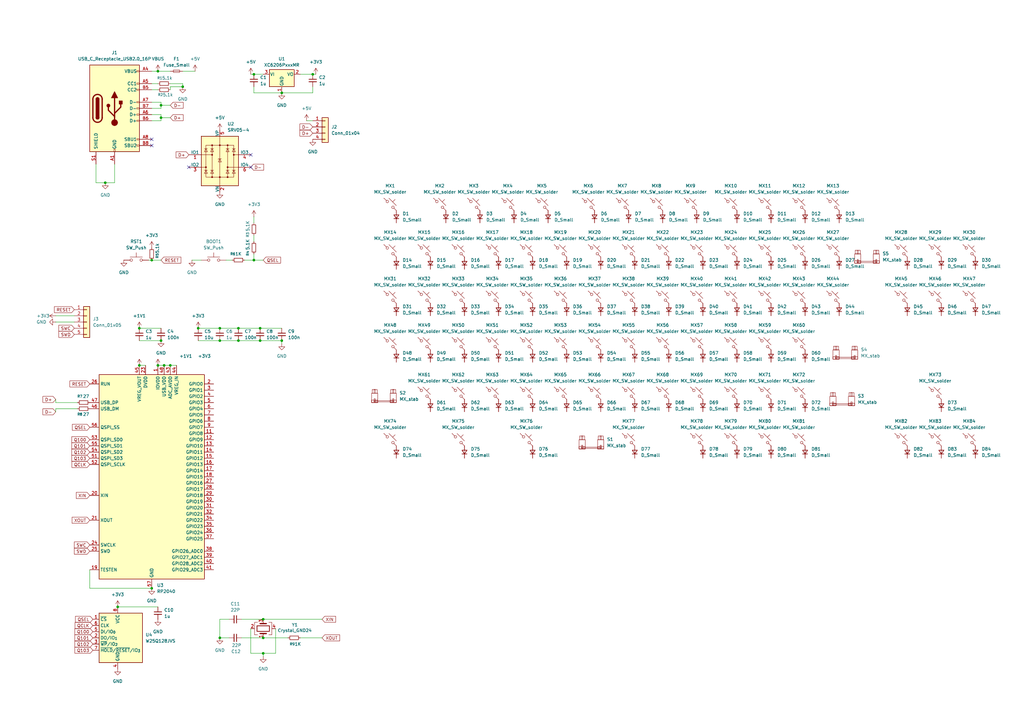
<source format=kicad_sch>
(kicad_sch (version 20250114) (generator "eeschema") (generator_version "9.0")
  (paper "A3")
  (junction (at 107.95 267.97))
  (junction (at 106.68 134.62))
  (junction (at 90.17 134.62))
  (junction (at 115.57 38.1))
  (junction (at 104.14 30.48))
  (junction (at 66.04 139.7))
  (junction (at 107.95 261.62))
  (junction (at 106.68 139.7))
  (junction (at 57.15 134.62))
  (junction (at 115.57 139.7))
  (junction (at 43.18 74.93))
  (junction (at 107.95 254))
  (junction (at 67.31 149.86))
  (junction (at 69.85 149.86))
  (junction (at 64.77 149.86))
  (junction (at 97.79 134.62))
  (junction (at 48.26 248.92))
  (junction (at 104.14 106.68))
  (junction (at 62.23 106.68))
  (junction (at 62.23 241.3))
  (junction (at 64.77 29.21))
  (junction (at 81.28 134.62))
  (junction (at 128.27 30.48))
  (junction (at 74.93 35.56))
  (junction (at 97.79 139.7))
  (junction (at 66.04 43.18))
  (junction (at 57.15 149.86))
  (junction (at 90.17 261.62))
  (junction (at 90.17 139.7))
  (junction (at 66.04 48.26))
  (no_connect (at 62.23 57.15))
  (no_connect (at 102.87 63.5))
  (no_connect (at 62.23 59.69))
  (no_connect (at 77.47 68.58))
  (no_connect (at 102.87 68.58))
  (wire (pts (xy 62.23 49.53) (xy 66.04 49.53)))
  (wire (pts (xy 102.87 30.48) (xy 104.14 30.48)))
  (wire (pts (xy 31.75 167.64) (xy 22.86 167.64)))
  (wire (pts (xy 113.03 267.97) (xy 107.95 267.97)))
  (wire (pts (xy 90.17 134.62) (xy 97.79 134.62)))
  (wire (pts (xy 62.23 44.45) (xy 66.04 44.45)))
  (wire (pts (xy 81.28 134.62) (xy 90.17 134.62)))
  (wire (pts (xy 78.74 106.68) (xy 82.55 106.68)))
  (wire (pts (xy 104.14 96.52) (xy 104.14 99.06)))
  (wire (pts (xy 69.85 35.56) (xy 74.93 35.56)))
  (wire (pts (xy 95.25 106.68) (xy 92.71 106.68)))
  (wire (pts (xy 22.86 129.54) (xy 30.48 129.54)))
  (wire (pts (xy 69.85 43.18) (xy 66.04 43.18)))
  (wire (pts (xy 97.79 134.62) (xy 106.68 134.62)))
  (wire (pts (xy 22.86 165.1) (xy 22.86 163.83)))
  (wire (pts (xy 100.33 106.68) (xy 104.14 106.68)))
  (wire (pts (xy 62.23 36.83) (xy 64.77 36.83)))
  (wire (pts (xy 104.14 88.9) (xy 104.14 91.44)))
  (wire (pts (xy 66.04 46.99) (xy 66.04 48.26)))
  (wire (pts (xy 36.83 241.3) (xy 36.83 233.68)))
  (wire (pts (xy 123.19 30.48) (xy 128.27 30.48)))
  (wire (pts (xy 64.77 29.21) (xy 69.85 29.21)))
  (wire (pts (xy 125.73 49.53) (xy 128.27 49.53)))
  (wire (pts (xy 66.04 43.18) (xy 66.04 44.45)))
  (wire (pts (xy 62.23 106.68) (xy 66.04 106.68)))
  (wire (pts (xy 104.14 35.56) (xy 104.14 38.1)))
  (wire (pts (xy 99.06 261.62) (xy 107.95 261.62)))
  (wire (pts (xy 31.75 165.1) (xy 22.86 165.1)))
  (wire (pts (xy 22.86 167.64) (xy 22.86 168.91)))
  (wire (pts (xy 62.23 34.29) (xy 64.77 34.29)))
  (wire (pts (xy 69.85 48.26) (xy 66.04 48.26)))
  (wire (pts (xy 97.79 139.7) (xy 106.68 139.7)))
  (wire (pts (xy 107.95 267.97) (xy 107.95 269.24)))
  (wire (pts (xy 66.04 48.26) (xy 66.04 49.53)))
  (wire (pts (xy 74.93 29.21) (xy 80.01 29.21)))
  (wire (pts (xy 67.31 149.86) (xy 69.85 149.86)))
  (wire (pts (xy 48.26 248.92) (xy 64.77 248.92)))
  (wire (pts (xy 66.04 41.91) (xy 66.04 43.18)))
  (wire (pts (xy 57.15 139.7) (xy 66.04 139.7)))
  (wire (pts (xy 64.77 149.86) (xy 67.31 149.86)))
  (wire (pts (xy 113.03 257.81) (xy 113.03 267.97)))
  (wire (pts (xy 104.14 38.1) (xy 115.57 38.1)))
  (wire (pts (xy 104.14 30.48) (xy 107.95 30.48)))
  (wire (pts (xy 62.23 29.21) (xy 64.77 29.21)))
  (wire (pts (xy 104.14 106.68) (xy 107.95 106.68)))
  (wire (pts (xy 106.68 139.7) (xy 115.57 139.7)))
  (wire (pts (xy 39.37 74.93) (xy 43.18 74.93)))
  (wire (pts (xy 74.93 34.29) (xy 74.93 35.56)))
  (wire (pts (xy 81.28 139.7) (xy 90.17 139.7)))
  (wire (pts (xy 57.15 149.86) (xy 59.69 149.86)))
  (wire (pts (xy 115.57 139.7) (xy 115.57 140.97)))
  (wire (pts (xy 123.19 261.62) (xy 132.08 261.62)))
  (wire (pts (xy 43.18 74.93) (xy 46.99 74.93)))
  (wire (pts (xy 115.57 38.1) (xy 128.27 38.1)))
  (wire (pts (xy 128.27 35.56) (xy 128.27 38.1)))
  (wire (pts (xy 90.17 261.62) (xy 90.17 254)))
  (wire (pts (xy 90.17 254) (xy 93.98 254)))
  (wire (pts (xy 62.23 241.3) (xy 36.83 241.3)))
  (wire (pts (xy 62.23 41.91) (xy 66.04 41.91)))
  (wire (pts (xy 99.06 254) (xy 107.95 254)))
  (wire (pts (xy 22.86 132.08) (xy 30.48 132.08)))
  (wire (pts (xy 62.23 46.99) (xy 66.04 46.99)))
  (wire (pts (xy 57.15 134.62) (xy 66.04 134.62)))
  (wire (pts (xy 62.23 106.68) (xy 60.96 106.68)))
  (wire (pts (xy 107.95 267.97) (xy 102.87 267.97)))
  (wire (pts (xy 90.17 139.7) (xy 97.79 139.7)))
  (wire (pts (xy 106.68 134.62) (xy 115.57 134.62)))
  (wire (pts (xy 102.87 267.97) (xy 102.87 257.81)))
  (wire (pts (xy 128.27 30.48) (xy 129.54 30.48)))
  (wire (pts (xy 46.99 74.93) (xy 46.99 67.31)))
  (wire (pts (xy 69.85 36.83) (xy 69.85 35.56)))
  (wire (pts (xy 104.14 104.14) (xy 104.14 106.68)))
  (wire (pts (xy 69.85 149.86) (xy 72.39 149.86)))
  (wire (pts (xy 69.85 34.29) (xy 74.93 34.29)))
  (wire (pts (xy 39.37 67.31) (xy 39.37 74.93)))
  (wire (pts (xy 93.98 261.62) (xy 90.17 261.62)))
  (wire (pts (xy 107.95 254) (xy 132.08 254)))
  (wire (pts (xy 107.95 261.62) (xy 118.11 261.62)))
  (global_label "D-" (shape input) (at 128.27 52.07 180) (property "Intersheetrefs" "${INTERSHEET_REFS}" (effects (hide yes))))
  (global_label "D-" (shape input) (at 102.87 68.58 0) (property "Intersheetrefs" "${INTERSHEET_REFS}" (effects (hide yes))))
  (global_label "SWD" (shape input) (at 30.48 137.16 180) (property "Intersheetrefs" "${INTERSHEET_REFS}" (effects (hide yes))))
  (global_label "Q103" (shape input) (at 38.1 266.7 180) (property "Intersheetrefs" "${INTERSHEET_REFS}" (effects (hide yes))))
  (global_label "RESET" (shape input) (at 36.83 157.48 180) (property "Intersheetrefs" "${INTERSHEET_REFS}" (effects (hide yes))))
  (global_label "Q101" (shape input) (at 36.83 182.88 180) (property "Intersheetrefs" "${INTERSHEET_REFS}" (effects (hide yes))))
  (global_label "D+" (shape input) (at 69.85 48.26 0) (property "Intersheetrefs" "${INTERSHEET_REFS}" (effects (hide yes))))
  (global_label "Q100" (shape input) (at 36.83 180.34 180) (property "Intersheetrefs" "${INTERSHEET_REFS}" (effects (hide yes))))
  (global_label "QCLK" (shape input) (at 38.1 256.54 180) (property "Intersheetrefs" "${INTERSHEET_REFS}" (effects (hide yes))))
  (global_label "D+" (shape input) (at 22.86 163.83 180) (property "Intersheetrefs" "${INTERSHEET_REFS}" (effects (hide yes))))
  (global_label "QSEL" (shape input) (at 107.95 106.68 0) (property "Intersheetrefs" "${INTERSHEET_REFS}" (effects (hide yes))))
  (global_label "Q102" (shape input) (at 38.1 264.16 180) (property "Intersheetrefs" "${INTERSHEET_REFS}" (effects (hide yes))))
  (global_label "D-" (shape input) (at 22.86 168.91 180) (property "Intersheetrefs" "${INTERSHEET_REFS}" (effects (hide yes))))
  (global_label "Q103" (shape input) (at 36.83 187.96 180) (property "Intersheetrefs" "${INTERSHEET_REFS}" (effects (hide yes))))
  (global_label "RESET" (shape input) (at 66.04 106.68 0) (property "Intersheetrefs" "${INTERSHEET_REFS}" (effects (hide yes))))
  (global_label "D-" (shape input) (at 69.85 43.18 0) (property "Intersheetrefs" "${INTERSHEET_REFS}" (effects (hide yes))))
  (global_label "RESET" (shape input) (at 30.48 127 180) (property "Intersheetrefs" "${INTERSHEET_REFS}" (effects (hide yes))))
  (global_label "XIN" (shape input) (at 36.83 203.2 180) (property "Intersheetrefs" "${INTERSHEET_REFS}" (effects (hide yes))))
  (global_label "D+" (shape input) (at 128.27 54.61 180) (property "Intersheetrefs" "${INTERSHEET_REFS}" (effects (hide yes))))
  (global_label "QCLK" (shape input) (at 36.83 190.5 180) (property "Intersheetrefs" "${INTERSHEET_REFS}" (effects (hide yes))))
  (global_label "Q101" (shape input) (at 38.1 261.62 180) (property "Intersheetrefs" "${INTERSHEET_REFS}" (effects (hide yes))))
  (global_label "D+" (shape input) (at 77.47 63.5 180) (property "Intersheetrefs" "${INTERSHEET_REFS}" (effects (hide yes))))
  (global_label "Q100" (shape input) (at 38.1 259.08 180) (property "Intersheetrefs" "${INTERSHEET_REFS}" (effects (hide yes))))
  (global_label "QSEL" (shape input) (at 38.1 254 180) (property "Intersheetrefs" "${INTERSHEET_REFS}" (effects (hide yes))))
  (global_label "XOUT" (shape input) (at 36.83 213.36 180) (property "Intersheetrefs" "${INTERSHEET_REFS}" (effects (hide yes))))
  (global_label "XOUT" (shape input) (at 132.08 261.62 0) (property "Intersheetrefs" "${INTERSHEET_REFS}" (effects (hide yes))))
  (global_label "SWC" (shape input) (at 30.48 134.62 180) (property "Intersheetrefs" "${INTERSHEET_REFS}" (effects (hide yes))))
  (global_label "Q102" (shape input) (at 36.83 185.42 180) (property "Intersheetrefs" "${INTERSHEET_REFS}" (effects (hide yes))))
  (global_label "QSEL" (shape input) (at 36.83 175.26 180) (property "Intersheetrefs" "${INTERSHEET_REFS}" (effects (hide yes))))
  (global_label "SWD" (shape input) (at 36.83 226.06 180) (property "Intersheetrefs" "${INTERSHEET_REFS}" (effects (hide yes))))
  (global_label "XIN" (shape input) (at 132.08 254 0) (property "Intersheetrefs" "${INTERSHEET_REFS}" (effects (hide yes))))
  (global_label "SWC" (shape input) (at 36.83 223.52 180) (property "Intersheetrefs" "${INTERSHEET_REFS}" (effects (hide yes))))
  (symbol (lib_id "Device:D_Small") (at 232.41 166.37 90) (unit 1)
    (property "Reference" "D65" (at 234.95 165.0999 90) (effects (justify right)))
    (property "Value" "D_Small" (at 234.95 167.6399 90) (effects (justify right)))
    (property "Footprint" "Diode_SMD:D_SOD-123" (effects (hide yes)))
    (property "Description" "Diode, small symbol" (effects (hide yes)))
    (property "Sim.Device" "D" (effects (hide yes)))
    (property "Sim.Pins" "1=K 2=A" (effects (hide yes)))
  )
  (symbol (lib_id "PCM_marbastlib-mx:MX_SW_solder") (at 243.84 140.97 0) (unit 1)
    (property "Reference" "MX54" (at 243.84 133.35 0))
    (property "Value" "MX_SW_solder" (at 243.84 135.89 0))
    (property "Footprint" "PCM_marbastlib-mx:SW_MX_1u" (effects (hide yes)))
    (property "Description" "Push button switch, normally open, two pins, 45° tilted" (effects (hide yes)))
  )
  (symbol (lib_id "PCM_marbastlib-mx:MX_SW_solder") (at 327.66 140.97 0) (unit 1)
    (property "Reference" "MX60" (at 327.66 133.35 0))
    (property "Value" "MX_SW_solder" (at 327.66 135.89 0))
    (property "Footprint" "PCM_marbastlib-mx:SW_MX_1u" (effects (hide yes)))
    (property "Description" "Push button switch, normally open, two pins, 45° tilted" (effects (hide yes)))
  )
  (symbol (lib_id "Device:D_Small") (at 316.23 166.37 90) (unit 1)
    (property "Reference" "D71" (at 318.77 165.0999 90) (effects (justify right)))
    (property "Value" "D_Small" (at 318.77 167.6399 90) (effects (justify right)))
    (property "Footprint" "Diode_SMD:D_SOD-123" (effects (hide yes)))
    (property "Description" "Diode, small symbol" (effects (hide yes)))
    (property "Sim.Device" "D" (effects (hide yes)))
    (property "Sim.Pins" "1=K 2=A" (effects (hide yes)))
  )
  (symbol (lib_id "PCM_marbastlib-mx:MX_SW_solder") (at 160.02 140.97 0) (unit 1)
    (property "Reference" "MX48" (at 160.02 133.35 0))
    (property "Value" "MX_SW_solder" (at 160.02 135.89 0))
    (property "Footprint" "PCM_marbastlib-mx:SW_MX_1.75u" (effects (hide yes)))
    (property "Description" "Push button switch, normally open, two pins, 45° tilted" (effects (hide yes)))
  )
  (symbol (lib_id "power:+3V3") (at 22.86 129.54 90) (unit 1)
    (property "Reference" "#PWR016" (effects (hide yes)))
    (property "Value" "+3V3" (at 20.32 129.5399 90) (effects (justify left)))
    (property "Description" "Power symbol creates a global label with name \"+3V3\"" (effects (hide yes)))
  )
  (symbol (lib_id "PCM_marbastlib-mx:MX_SW_solder") (at 255.27 83.82 0) (unit 1)
    (property "Reference" "MX7" (at 255.27 76.2 0))
    (property "Value" "MX_SW_solder" (at 255.27 78.74 0))
    (property "Footprint" "PCM_marbastlib-mx:SW_MX_1u" (effects (hide yes)))
    (property "Description" "Push button switch, normally open, two pins, 45° tilted" (effects (hide yes)))
  )
  (symbol (lib_id "PCM_marbastlib-mx:MX_SW_solder") (at 229.87 121.92 0) (unit 1)
    (property "Reference" "MX36" (at 229.87 114.3 0))
    (property "Value" "MX_SW_solder" (at 229.87 116.84 0))
    (property "Footprint" "PCM_marbastlib-mx:SW_MX_1u" (effects (hide yes)))
    (property "Description" "Push button switch, normally open, two pins, 45° tilted" (effects (hide yes)))
  )
  (symbol (lib_id "Device:D_Small") (at 162.56 127 90) (unit 1)
    (property "Reference" "D31" (at 165.1 125.7299 90) (effects (justify right)))
    (property "Value" "D_Small" (at 165.1 128.2699 90) (effects (justify right)))
    (property "Footprint" "Diode_SMD:D_SOD-123" (effects (hide yes)))
    (property "Description" "Diode, small symbol" (effects (hide yes)))
    (property "Sim.Device" "D" (effects (hide yes)))
    (property "Sim.Pins" "1=K 2=A" (effects (hide yes)))
  )
  (symbol (lib_id "Device:D_Small") (at 218.44 166.37 90) (unit 1)
    (property "Reference" "D64" (at 220.98 165.0999 90) (effects (justify right)))
    (property "Value" "D_Small" (at 220.98 167.6399 90) (effects (justify right)))
    (property "Footprint" "Diode_SMD:D_SOD-123" (effects (hide yes)))
    (property "Description" "Diode, small symbol" (effects (hide yes)))
    (property "Sim.Device" "D" (effects (hide yes)))
    (property "Sim.Pins" "1=K 2=A" (effects (hide yes)))
  )
  (symbol (lib_id "power:+3V3") (at 81.28 134.62 0) (unit 1)
    (property "Reference" "#PWR019" (effects (hide yes)))
    (property "Value" "+3V3" (at 81.28 129.54 0))
    (property "Description" "Power symbol creates a global label with name \"+3V3\"" (effects (hide yes)))
  )
  (symbol (lib_id "Device:D_Small") (at 218.44 146.05 90) (unit 1)
    (property "Reference" "D52" (at 220.98 144.7799 90) (effects (justify right)))
    (property "Value" "D_Small" (at 220.98 147.3199 90) (effects (justify right)))
    (property "Footprint" "Diode_SMD:D_SOD-123" (effects (hide yes)))
    (property "Description" "Diode, small symbol" (effects (hide yes)))
    (property "Sim.Device" "D" (effects (hide yes)))
    (property "Sim.Pins" "1=K 2=A" (effects (hide yes)))
  )
  (symbol (lib_id "power:GND") (at 115.57 38.1 0) (unit 1)
    (property "Reference" "#PWR06" (effects (hide yes)))
    (property "Value" "GND" (at 115.57 43.18 0))
    (property "Description" "Power symbol creates a global label with name \"GND\" , ground" (effects (hide yes)))
  )
  (symbol (lib_id "power:GND") (at 115.57 140.97 0) (unit 1)
    (property "Reference" "#PWR021" (effects (hide yes)))
    (property "Value" "GND" (at 115.57 146.05 0))
    (property "Description" "Power symbol creates a global label with name \"GND\" , ground" (effects (hide yes)))
  )
  (symbol (lib_id "Device:D_Small") (at 330.2 166.37 90) (unit 1)
    (property "Reference" "D72" (at 332.74 165.0999 90) (effects (justify right)))
    (property "Value" "D_Small" (at 332.74 167.6399 90) (effects (justify right)))
    (property "Footprint" "Diode_SMD:D_SOD-123" (effects (hide yes)))
    (property "Description" "Diode, small symbol" (effects (hide yes)))
    (property "Sim.Device" "D" (effects (hide yes)))
    (property "Sim.Pins" "1=K 2=A" (effects (hide yes)))
  )
  (symbol (lib_id "MCU_RaspberryPi:RP2040") (at 62.23 195.58 0) (unit 1)
    (property "Reference" "U3" (at 64.3733 240.03 0) (effects (justify left)))
    (property "Value" "RP2040" (at 64.3733 242.57 0) (effects (justify left)))
    (property "Footprint" "Package_DFN_QFN:QFN-56-1EP_7x7mm_P0.4mm_EP3.2x3.2mm" (effects (hide yes)))
    (property "Datasheet" "https://datasheets.raspberrypi.com/rp2040/rp2040-datasheet.pdf" (effects (hide yes)))
    (property "Description" "A microcontroller by Raspberry Pi" (effects (hide yes)))
  )
  (symbol (lib_id "PCM_marbastlib-mx:MX_SW_solder") (at 299.72 180.34 0) (unit 1)
    (property "Reference" "MX79" (at 299.72 172.72 0))
    (property "Value" "MX_SW_solder" (at 299.72 175.26 0))
    (property "Footprint" "PCM_marbastlib-mx:SW_MX_1.25u" (effects (hide yes)))
    (property "Description" "Push button switch, normally open, two pins, 45° tilted" (effects (hide yes)))
  )
  (symbol (lib_id "Connector_Generic:Conn_01x05") (at 35.56 132.08 0) (unit 1)
    (property "Reference" "J3" (at 38.1 130.8099 0) (effects (justify left)))
    (property "Value" "Conn_01x05" (at 38.1 133.3499 0) (effects (justify left)))
    (property "Footprint" "Connector_PinHeader_2.54mm:PinHeader_1x05_P2.54mm_Vertical" (effects (hide yes)))
    (property "Description" "Generic connector, single row, 01x05, script generated (kicad-library-utils/schlib/autogen/connector/)" (effects (hide yes)))
  )
  (symbol (lib_id "PCM_marbastlib-mx:MX_SW_solder") (at 201.93 140.97 0) (unit 1)
    (property "Reference" "MX51" (at 201.93 133.35 0))
    (property "Value" "MX_SW_solder" (at 201.93 135.89 0))
    (property "Footprint" "PCM_marbastlib-mx:SW_MX_1u" (effects (hide yes)))
    (property "Description" "Push button switch, normally open, two pins, 45° tilted" (effects (hide yes)))
  )
  (symbol (lib_id "PCM_marbastlib-mx:MX_SW_solder") (at 327.66 121.92 0) (unit 1)
    (property "Reference" "MX43" (at 327.66 114.3 0))
    (property "Value" "MX_SW_solder" (at 327.66 116.84 0))
    (property "Footprint" "PCM_marbastlib-mx:SW_MX_1u" (effects (hide yes)))
    (property "Description" "Push button switch, normally open, two pins, 45° tilted" (effects (hide yes)))
  )
  (symbol (lib_id "power:+5V") (at 80.01 29.21 0) (unit 1)
    (property "Reference" "#PWR02" (effects (hide yes)))
    (property "Value" "+5V" (at 80.01 24.13 0))
    (property "Description" "Power symbol creates a global label with name \"+5V\"" (effects (hide yes)))
  )
  (symbol (lib_id "PCM_marbastlib-mx:MX_SW_solder") (at 201.93 102.87 0) (unit 1)
    (property "Reference" "MX17" (at 201.93 95.25 0))
    (property "Value" "MX_SW_solder" (at 201.93 97.79 0))
    (property "Footprint" "PCM_marbastlib-mx:SW_MX_1u" (effects (hide yes)))
    (property "Description" "Push button switch, normally open, two pins, 45° tilted" (effects (hide yes)))
  )
  (symbol (lib_id "Device:C_Small") (at 115.57 137.16 0) (unit 1)
    (property "Reference" "C9" (at 118.11 135.8962 0) (effects (justify left)))
    (property "Value" "100n" (at 118.11 138.4362 0) (effects (justify left)))
    (property "Footprint" "Capacitor_SMD:C_0402_1005Metric" (effects (hide yes)))
    (property "Description" "Unpolarized capacitor, small symbol" (effects (hide yes)))
  )
  (symbol (lib_id "Device:D_Small") (at 302.26 166.37 90) (unit 1)
    (property "Reference" "D70" (at 304.8 165.0999 90) (effects (justify right)))
    (property "Value" "D_Small" (at 304.8 167.6399 90) (effects (justify right)))
    (property "Footprint" "Diode_SMD:D_SOD-123" (effects (hide yes)))
    (property "Description" "Diode, small symbol" (effects (hide yes)))
    (property "Sim.Device" "D" (effects (hide yes)))
    (property "Sim.Pins" "1=K 2=A" (effects (hide yes)))
  )
  (symbol (lib_id "PCM_marbastlib-mx:MX_SW_solder") (at 257.81 140.97 0) (unit 1)
    (property "Reference" "MX55" (at 257.81 133.35 0))
    (property "Value" "MX_SW_solder" (at 257.81 135.89 0))
    (property "Footprint" "PCM_marbastlib-mx:SW_MX_1u" (effects (hide yes)))
    (property "Description" "Push button switch, normally open, two pins, 45° tilted" (effects (hide yes)))
  )
  (symbol (lib_id "Device:D_Small") (at 288.29 166.37 90) (unit 1)
    (property "Reference" "D69" (at 290.83 165.0999 90) (effects (justify right)))
    (property "Value" "D_Small" (at 290.83 167.6399 90) (effects (justify right)))
    (property "Footprint" "Diode_SMD:D_SOD-123" (effects (hide yes)))
    (property "Description" "Diode, small symbol" (effects (hide yes)))
    (property "Sim.Device" "D" (effects (hide yes)))
    (property "Sim.Pins" "1=K 2=A" (effects (hide yes)))
  )
  (symbol (lib_id "PCM_marbastlib-mx:MX_SW_solder") (at 243.84 121.92 0) (unit 1)
    (property "Reference" "MX37" (at 243.84 114.3 0))
    (property "Value" "MX_SW_solder" (at 243.84 116.84 0))
    (property "Footprint" "PCM_marbastlib-mx:SW_MX_1u" (effects (hide yes)))
    (property "Description" "Push button switch, normally open, two pins, 45° tilted" (effects (hide yes)))
  )
  (symbol (lib_id "Device:C_Small") (at 106.68 137.16 0) (unit 1)
    (property "Reference" "C8" (at 109.22 135.8962 0) (effects (justify left)))
    (property "Value" "100n" (at 109.22 138.4362 0) (effects (justify left)))
    (property "Footprint" "Capacitor_SMD:C_0402_1005Metric" (effects (hide yes)))
    (property "Description" "Unpolarized capacitor, small symbol" (effects (hide yes)))
  )
  (symbol (lib_id "Device:D_Small") (at 210.82 88.9 90) (unit 1)
    (property "Reference" "D4" (at 213.36 87.6299 90) (effects (justify right)))
    (property "Value" "D_Small" (at 213.36 90.1699 90) (effects (justify right)))
    (property "Footprint" "Diode_SMD:D_SOD-123" (effects (hide yes)))
    (property "Description" "Diode, small symbol" (effects (hide yes)))
    (property "Sim.Device" "D" (effects (hide yes)))
    (property "Sim.Pins" "1=K 2=A" (effects (hide yes)))
  )
  (symbol (lib_id "Device:D_Small") (at 204.47 146.05 90) (unit 1)
    (property "Reference" "D51" (at 207.01 144.7799 90) (effects (justify right)))
    (property "Value" "D_Small" (at 207.01 147.3199 90) (effects (justify right)))
    (property "Footprint" "Diode_SMD:D_SOD-123" (effects (hide yes)))
    (property "Description" "Diode, small symbol" (effects (hide yes)))
    (property "Sim.Device" "D" (effects (hide yes)))
    (property "Sim.Pins" "1=K 2=A" (effects (hide yes)))
  )
  (symbol (lib_id "Device:R_Small") (at 62.23 104.14 180) (unit 1)
    (property "Reference" "R5" (at 64.516 104.902 90) (effects (font (size 1.016 1.016))))
    (property "Value" "5.1k" (at 64.516 101.854 90))
    (property "Footprint" "Resistor_SMD:R_0402_1005Metric" (effects (hide yes)))
    (property "Description" "Resistor, small symbol" (effects (hide yes)))
  )
  (symbol (lib_id "Device:D_Small") (at 274.32 166.37 90) (unit 1)
    (property "Reference" "D68" (at 276.86 165.0999 90) (effects (justify right)))
    (property "Value" "D_Small" (at 276.86 167.6399 90) (effects (justify right)))
    (property "Footprint" "Diode_SMD:D_SOD-123" (effects (hide yes)))
    (property "Description" "Diode, small symbol" (effects (hide yes)))
    (property "Sim.Device" "D" (effects (hide yes)))
    (property "Sim.Pins" "1=K 2=A" (effects (hide yes)))
  )
  (symbol (lib_id "Device:R_Small") (at 67.31 34.29 90) (unit 1)
    (property "Reference" "R1" (at 65.532 32.004 90) (effects (font (size 1.016 1.016))))
    (property "Value" "5.1k" (at 68.58 32.004 90))
    (property "Footprint" "Resistor_SMD:R_0402_1005Metric" (effects (hide yes)))
    (property "Description" "Resistor, small symbol" (effects (hide yes)))
  )
  (symbol (lib_id "PCM_marbastlib-mx:MX_SW_solder") (at 257.81 161.29 0) (unit 1)
    (property "Reference" "MX67" (at 257.81 153.67 0))
    (property "Value" "MX_SW_solder" (at 257.81 156.21 0))
    (property "Footprint" "PCM_marbastlib-mx:SW_MX_1u" (effects (hide yes)))
    (property "Description" "Push button switch, normally open, two pins, 45° tilted" (effects (hide yes)))
  )
  (symbol (lib_id "power:+3V3") (at 62.23 101.6 0) (unit 1)
    (property "Reference" "#PWR013" (effects (hide yes)))
    (property "Value" "+3V3" (at 62.23 96.52 0))
    (property "Description" "Power symbol creates a global label with name \"+3V3\"" (effects (hide yes)))
  )
  (symbol (lib_id "Device:R_Small") (at 34.29 165.1 90) (unit 1)
    (property "Reference" "R7" (at 32.766 162.56 90) (effects (font (size 1.016 1.016))))
    (property "Value" "27" (at 35.306 162.56 90))
    (property "Footprint" "Resistor_SMD:R_0402_1005Metric" (effects (hide yes)))
    (property "Description" "Resistor, small symbol" (effects (hide yes)))
  )
  (symbol (lib_id "PCM_marbastlib-mx:MX_SW_solder") (at 327.66 102.87 0) (unit 1)
    (property "Reference" "MX26" (at 327.66 95.25 0))
    (property "Value" "MX_SW_solder" (at 327.66 97.79 0))
    (property "Footprint" "PCM_marbastlib-mx:SW_MX_1u" (effects (hide yes)))
    (property "Description" "Push button switch, normally open, two pins, 45° tilted" (effects (hide yes)))
  )
  (symbol (lib_id "PCM_marbastlib-mx:MX_SW_solder") (at 243.84 161.29 0) (unit 1)
    (property "Reference" "MX66" (at 243.84 153.67 0))
    (property "Value" "MX_SW_solder" (at 243.84 156.21 0))
    (property "Footprint" "PCM_marbastlib-mx:SW_MX_1u" (effects (hide yes)))
    (property "Description" "Push button switch, normally open, two pins, 45° tilted" (effects (hide yes)))
  )
  (symbol (lib_id "Device:D_Small") (at 176.53 107.95 90) (unit 1)
    (property "Reference" "D15" (at 179.07 106.6799 90) (effects (justify right)))
    (property "Value" "D_Small" (at 179.07 109.2199 90) (effects (justify right)))
    (property "Footprint" "Diode_SMD:D_SOD-123" (effects (hide yes)))
    (property "Description" "Diode, small symbol" (effects (hide yes)))
    (property "Sim.Device" "D" (effects (hide yes)))
    (property "Sim.Pins" "1=K 2=A" (effects (hide yes)))
  )
  (symbol (lib_id "Device:D_Small") (at 190.5 127 90) (unit 1)
    (property "Reference" "D33" (at 193.04 125.7299 90) (effects (justify right)))
    (property "Value" "D_Small" (at 193.04 128.2699 90) (effects (justify right)))
    (property "Footprint" "Diode_SMD:D_SOD-123" (effects (hide yes)))
    (property "Description" "Diode, small symbol" (effects (hide yes)))
    (property "Sim.Device" "D" (effects (hide yes)))
    (property "Sim.Pins" "1=K 2=A" (effects (hide yes)))
  )
  (symbol (lib_id "Device:D_Small") (at 232.41 107.95 90) (unit 1)
    (property "Reference" "D19" (at 234.95 106.6799 90) (effects (justify right)))
    (property "Value" "D_Small" (at 234.95 109.2199 90) (effects (justify right)))
    (property "Footprint" "Diode_SMD:D_SOD-123" (effects (hide yes)))
    (property "Description" "Diode, small symbol" (effects (hide yes)))
    (property "Sim.Device" "D" (effects (hide yes)))
    (property "Sim.Pins" "1=K 2=A" (effects (hide yes)))
  )
  (symbol (lib_id "PCM_marbastlib-mx:MX_SW_solder") (at 271.78 102.87 0) (unit 1)
    (property "Reference" "MX22" (at 271.78 95.25 0))
    (property "Value" "MX_SW_solder" (at 271.78 97.79 0))
    (property "Footprint" "PCM_marbastlib-mx:SW_MX_1u" (effects (hide yes)))
    (property "Description" "Push button switch, normally open, two pins, 45° tilted" (effects (hide yes)))
  )
  (symbol (lib_id "Device:D_Small") (at 190.5 166.37 90) (unit 1)
    (property "Reference" "D62" (at 193.04 165.0999 90) (effects (justify right)))
    (property "Value" "D_Small" (at 193.04 167.6399 90) (effects (justify right)))
    (property "Footprint" "Diode_SMD:D_SOD-123" (effects (hide yes)))
    (property "Description" "Diode, small symbol" (effects (hide yes)))
    (property "Sim.Device" "D" (effects (hide yes)))
    (property "Sim.Pins" "1=K 2=A" (effects (hide yes)))
  )
  (symbol (lib_id "PCM_marbastlib-mx:MX_SW_solder") (at 369.57 121.92 0) (unit 1)
    (property "Reference" "MX45" (at 369.57 114.3 0))
    (property "Value" "MX_SW_solder" (at 369.57 116.84 0))
    (property "Footprint" "PCM_marbastlib-mx:SW_MX_1u" (effects (hide yes)))
    (property "Description" "Push button switch, normally open, two pins, 45° tilted" (effects (hide yes)))
  )
  (symbol (lib_id "PCM_marbastlib-mx:MX_stab") (at 242.57 181.61 0) (unit 1)
    (property "Reference" "S1" (at 248.92 180.2129 0) (effects (justify left)))
    (property "Value" "MX_stab" (at 248.92 182.7529 0) (effects (justify left)))
    (property "Footprint" "PCM_marbastlib-mx:STAB_MX_P_6.25u" (effects (hide yes)))
    (property "Description" "Cherry MX-style stabilizer" (effects (hide yes)))
  )
  (symbol (lib_id "Device:D_Small") (at 246.38 146.05 90) (unit 1)
    (property "Reference" "D54" (at 248.92 144.7799 90) (effects (justify right)))
    (property "Value" "D_Small" (at 248.92 147.3199 90) (effects (justify right)))
    (property "Footprint" "Diode_SMD:D_SOD-123" (effects (hide yes)))
    (property "Description" "Diode, small symbol" (effects (hide yes)))
    (property "Sim.Device" "D" (effects (hide yes)))
    (property "Sim.Pins" "1=K 2=A" (effects (hide yes)))
  )
  (symbol (lib_id "Device:D_Small") (at 243.84 88.9 90) (unit 1)
    (property "Reference" "D6" (at 246.38 87.6299 90) (effects (justify right)))
    (property "Value" "D_Small" (at 246.38 90.1699 90) (effects (justify right)))
    (property "Footprint" "Diode_SMD:D_SOD-123" (effects (hide yes)))
    (property "Description" "Diode, small symbol" (effects (hide yes)))
    (property "Sim.Device" "D" (effects (hide yes)))
    (property "Sim.Pins" "1=K 2=A" (effects (hide yes)))
  )
  (symbol (lib_id "PCM_marbastlib-mx:MX_SW_solder") (at 327.66 161.29 0) (unit 1)
    (property "Reference" "MX72" (at 327.66 153.67 0))
    (property "Value" "MX_SW_solder" (at 327.66 156.21 0))
    (property "Footprint" "PCM_marbastlib-mx:SW_MX_1u" (effects (hide yes)))
    (property "Description" "Push button switch, normally open, two pins, 45° tilted" (effects (hide yes)))
  )
  (symbol (lib_id "PCM_marbastlib-mx:MX_SW_solder") (at 187.96 161.29 0) (unit 1)
    (property "Reference" "MX62" (at 187.96 153.67 0))
    (property "Value" "MX_SW_solder" (at 187.96 156.21 0))
    (property "Footprint" "PCM_marbastlib-mx:SW_MX_1u" (effects (hide yes)))
    (property "Description" "Push button switch, normally open, two pins, 45° tilted" (effects (hide yes)))
  )
  (symbol (lib_id "PCM_marbastlib-mx:MX_SW_solder") (at 369.57 102.87 0) (unit 1)
    (property "Reference" "MX28" (at 369.57 95.25 0))
    (property "Value" "MX_SW_solder" (at 369.57 97.79 0))
    (property "Footprint" "PCM_marbastlib-mx:SW_MX_1u" (effects (hide yes)))
    (property "Description" "Push button switch, normally open, two pins, 45° tilted" (effects (hide yes)))
  )
  (symbol (lib_id "PCM_marbastlib-mx:MX_SW_solder") (at 383.54 180.34 0) (unit 1)
    (property "Reference" "MX83" (at 383.54 172.72 0))
    (property "Value" "MX_SW_solder" (at 383.54 175.26 0))
    (property "Footprint" "PCM_marbastlib-mx:SW_MX_1u" (effects (hide yes)))
    (property "Description" "Push button switch, normally open, two pins, 45° tilted" (effects (hide yes)))
  )
  (symbol (lib_id "Device:D_Small") (at 246.38 107.95 90) (unit 1)
    (property "Reference" "D20" (at 248.92 106.6799 90) (effects (justify right)))
    (property "Value" "D_Small" (at 248.92 109.2199 90) (effects (justify right)))
    (property "Footprint" "Diode_SMD:D_SOD-123" (effects (hide yes)))
    (property "Description" "Diode, small symbol" (effects (hide yes)))
    (property "Sim.Device" "D" (effects (hide yes)))
    (property "Sim.Pins" "1=K 2=A" (effects (hide yes)))
  )
  (symbol (lib_id "PCM_marbastlib-mx:MX_SW_solder") (at 313.69 140.97 0) (unit 1)
    (property "Reference" "MX59" (at 313.69 133.35 0))
    (property "Value" "MX_SW_solder" (at 313.69 135.89 0))
    (property "Footprint" "PCM_marbastlib-mx:SW_MX_1u" (effects (hide yes)))
    (property "Description" "Push button switch, normally open, two pins, 45° tilted" (effects (hide yes)))
  )
  (symbol (lib_id "Device:D_Small") (at 288.29 146.05 90) (unit 1)
    (property "Reference" "D57" (at 290.83 144.7799 90) (effects (justify right)))
    (property "Value" "D_Small" (at 290.83 147.3199 90) (effects (justify right)))
    (property "Footprint" "Diode_SMD:D_SOD-123" (effects (hide yes)))
    (property "Description" "Diode, small symbol" (effects (hide yes)))
    (property "Sim.Device" "D" (effects (hide yes)))
    (property "Sim.Pins" "1=K 2=A" (effects (hide yes)))
  )
  (symbol (lib_id "Device:D_Small") (at 400.05 185.42 90) (unit 1)
    (property "Reference" "D84" (at 402.59 184.1499 90) (effects (justify right)))
    (property "Value" "D_Small" (at 402.59 186.6899 90) (effects (justify right)))
    (property "Footprint" "Diode_SMD:D_SOD-123" (effects (hide yes)))
    (property "Description" "Diode, small symbol" (effects (hide yes)))
    (property "Sim.Device" "D" (effects (hide yes)))
    (property "Sim.Pins" "1=K 2=A" (effects (hide yes)))
  )
  (symbol (lib_id "PCM_marbastlib-mx:MX_SW_solder") (at 215.9 180.34 0) (unit 1)
    (property "Reference" "MX76" (at 215.9 172.72 0))
    (property "Value" "MX_SW_solder" (at 215.9 175.26 0))
    (property "Footprint" "PCM_marbastlib-mx:SW_MX_1.25u" (effects (hide yes)))
    (property "Description" "Push button switch, normally open, two pins, 45° tilted" (effects (hide yes)))
  )
  (symbol (lib_id "PCM_marbastlib-mx:MX_SW_solder") (at 383.54 161.29 0) (unit 1)
    (property "Reference" "MX73" (at 383.54 153.67 0))
    (property "Value" "MX_SW_solder" (at 383.54 156.21 0))
    (property "Footprint" "PCM_marbastlib-mx:SW_MX_1u" (effects (hide yes)))
    (property "Description" "Push button switch, normally open, two pins, 45° tilted" (effects (hide yes)))
  )
  (symbol (lib_id "Device:C_Small") (at 66.04 137.16 0) (unit 1)
    (property "Reference" "C4" (at 68.58 135.8962 0) (effects (justify left)))
    (property "Value" "100n" (at 68.58 138.4362 0) (effects (justify left)))
    (property "Footprint" "Capacitor_SMD:C_0402_1005Metric" (effects (hide yes)))
    (property "Description" "Unpolarized capacitor, small symbol" (effects (hide yes)))
  )
  (symbol (lib_id "Device:D_Small") (at 190.5 146.05 90) (unit 1)
    (property "Reference" "D50" (at 193.04 144.7799 90) (effects (justify right)))
    (property "Value" "D_Small" (at 193.04 147.3199 90) (effects (justify right)))
    (property "Footprint" "Diode_SMD:D_SOD-123" (effects (hide yes)))
    (property "Description" "Diode, small symbol" (effects (hide yes)))
    (property "Sim.Device" "D" (effects (hide yes)))
    (property "Sim.Pins" "1=K 2=A" (effects (hide yes)))
  )
  (symbol (lib_id "PCM_marbastlib-mx:MX_SW_solder") (at 160.02 102.87 0) (unit 1)
    (property "Reference" "MX14" (at 160.02 95.25 0))
    (property "Value" "MX_SW_solder" (at 160.02 97.79 0))
    (property "Footprint" "PCM_marbastlib-mx:SW_MX_1u" (effects (hide yes)))
    (property "Description" "Push button switch, normally open, two pins, 45° tilted" (effects (hide yes)))
  )
  (symbol (lib_id "PCM_marbastlib-mx:MX_SW_solder") (at 271.78 161.29 0) (unit 1)
    (property "Reference" "MX68" (at 271.78 153.67 0))
    (property "Value" "MX_SW_solder" (at 271.78 156.21 0))
    (property "Footprint" "PCM_marbastlib-mx:SW_MX_1u" (effects (hide yes)))
    (property "Description" "Push button switch, normally open, two pins, 45° tilted" (effects (hide yes)))
  )
  (symbol (lib_id "PCM_marbastlib-mx:MX_SW_solder") (at 160.02 180.34 0) (unit 1)
    (property "Reference" "MX74" (at 160.02 172.72 0))
    (property "Value" "MX_SW_solder" (at 160.02 175.26 0))
    (property "Footprint" "PCM_marbastlib-mx:SW_MX_1.25u" (effects (hide yes)))
    (property "Description" "Push button switch, normally open, two pins, 45° tilted" (effects (hide yes)))
  )
  (symbol (lib_id "Device:D_Small") (at 232.41 146.05 90) (unit 1)
    (property "Reference" "D53" (at 234.95 144.7799 90) (effects (justify right)))
    (property "Value" "D_Small" (at 234.95 147.3199 90) (effects (justify right)))
    (property "Footprint" "Diode_SMD:D_SOD-123" (effects (hide yes)))
    (property "Description" "Diode, small symbol" (effects (hide yes)))
    (property "Sim.Device" "D" (effects (hide yes)))
    (property "Sim.Pins" "1=K 2=A" (effects (hide yes)))
  )
  (symbol (lib_id "power:GND") (at 43.18 74.93 0) (unit 1)
    (property "Reference" "#PWR010" (effects (hide yes)))
    (property "Value" "GND" (at 43.18 80.01 0))
    (property "Description" "Power symbol creates a global label with name \"GND\" , ground" (effects (hide yes)))
  )
  (symbol (lib_id "power:+3V3") (at 64.77 149.86 0) (unit 1)
    (property "Reference" "#PWR023" (effects (hide yes)))
    (property "Value" "+3V3" (at 83.82 146.05 0))
    (property "Description" "Power symbol creates a global label with name \"+3V3\"" (effects (hide yes)))
  )
  (symbol (lib_id "PCM_marbastlib-mx:MX_SW_solder") (at 173.99 102.87 0) (unit 1)
    (property "Reference" "MX15" (at 173.99 95.25 0))
    (property "Value" "MX_SW_solder" (at 173.99 97.79 0))
    (property "Footprint" "PCM_marbastlib-mx:SW_MX_1u" (effects (hide yes)))
    (property "Description" "Push button switch, normally open, two pins, 45° tilted" (effects (hide yes)))
  )
  (symbol (lib_id "Device:D_Small") (at 302.26 146.05 90) (unit 1)
    (property "Reference" "D58" (at 304.8 144.7799 90) (effects (justify right)))
    (property "Value" "D_Small" (at 304.8 147.3199 90) (effects (justify right)))
    (property "Footprint" "Diode_SMD:D_SOD-123" (effects (hide yes)))
    (property "Description" "Diode, small symbol" (effects (hide yes)))
    (property "Sim.Device" "D" (effects (hide yes)))
    (property "Sim.Pins" "1=K 2=A" (effects (hide yes)))
  )
  (symbol (lib_id "PCM_marbastlib-mx:MX_SW_solder") (at 299.72 140.97 0) (unit 1)
    (property "Reference" "MX58" (at 299.72 133.35 0))
    (property "Value" "MX_SW_solder" (at 299.72 135.89 0))
    (property "Footprint" "PCM_marbastlib-mx:SW_MX_1u" (effects (hide yes)))
    (property "Description" "Push button switch, normally open, two pins, 45° tilted" (effects (hide yes)))
  )
  (symbol (lib_id "power:VBUS") (at 64.77 29.21 0) (unit 1)
    (property "Reference" "#PWR01" (effects (hide yes)))
    (property "Value" "VBUS" (at 64.77 24.13 0))
    (property "Description" "Power symbol creates a global label with name \"VBUS\"" (effects (hide yes)))
  )
  (symbol (lib_id "Device:D_Small") (at 176.53 146.05 90) (unit 1)
    (property "Reference" "D49" (at 179.07 144.7799 90) (effects (justify right)))
    (property "Value" "D_Small" (at 179.07 147.3199 90) (effects (justify right)))
    (property "Footprint" "Diode_SMD:D_SOD-123" (effects (hide yes)))
    (property "Description" "Diode, small symbol" (effects (hide yes)))
    (property "Sim.Device" "D" (effects (hide yes)))
    (property "Sim.Pins" "1=K 2=A" (effects (hide yes)))
  )
  (symbol (lib_id "Device:D_Small") (at 316.23 88.9 90) (unit 1)
    (property "Reference" "D11" (at 318.77 87.6299 90) (effects (justify right)))
    (property "Value" "D_Small" (at 318.77 90.1699 90) (effects (justify right)))
    (property "Footprint" "Diode_SMD:D_SOD-123" (effects (hide yes)))
    (property "Description" "Diode, small symbol" (effects (hide yes)))
    (property "Sim.Device" "D" (effects (hide yes)))
    (property "Sim.Pins" "1=K 2=A" (effects (hide yes)))
  )
  (symbol (lib_id "Device:D_Small") (at 285.75 88.9 90) (unit 1)
    (property "Reference" "D9" (at 288.29 87.6299 90) (effects (justify right)))
    (property "Value" "D_Small" (at 288.29 90.1699 90) (effects (justify right)))
    (property "Footprint" "Diode_SMD:D_SOD-123" (effects (hide yes)))
    (property "Description" "Diode, small symbol" (effects (hide yes)))
    (property "Sim.Device" "D" (effects (hide yes)))
    (property "Sim.Pins" "1=K 2=A" (effects (hide yes)))
  )
  (symbol (lib_id "Device:D_Small") (at 316.23 185.42 90) (unit 1)
    (property "Reference" "D80" (at 318.77 184.1499 90) (effects (justify right)))
    (property "Value" "D_Small" (at 318.77 186.6899 90) (effects (justify right)))
    (property "Footprint" "Diode_SMD:D_SOD-123" (effects (hide yes)))
    (property "Description" "Diode, small symbol" (effects (hide yes)))
    (property "Sim.Device" "D" (effects (hide yes)))
    (property "Sim.Pins" "1=K 2=A" (effects (hide yes)))
  )
  (symbol (lib_id "PCM_marbastlib-mx:MX_SW_solder") (at 215.9 102.87 0) (unit 1)
    (property "Reference" "MX18" (at 215.9 95.25 0))
    (property "Value" "MX_SW_solder" (at 215.9 97.79 0))
    (property "Footprint" "PCM_marbastlib-mx:SW_MX_1u" (effects (hide yes)))
    (property "Description" "Push button switch, normally open, two pins, 45° tilted" (effects (hide yes)))
  )
  (symbol (lib_id "Device:D_Small") (at 190.5 107.95 90) (unit 1)
    (property "Reference" "D16" (at 193.04 106.6799 90) (effects (justify right)))
    (property "Value" "D_Small" (at 193.04 109.2199 90) (effects (justify right)))
    (property "Footprint" "Diode_SMD:D_SOD-123" (effects (hide yes)))
    (property "Description" "Diode, small symbol" (effects (hide yes)))
    (property "Sim.Device" "D" (effects (hide yes)))
    (property "Sim.Pins" "1=K 2=A" (effects (hide yes)))
  )
  (symbol (lib_id "PCM_marbastlib-mx:MX_SW_solder") (at 271.78 140.97 0) (unit 1)
    (property "Reference" "MX56" (at 271.78 133.35 0))
    (property "Value" "MX_SW_solder" (at 271.78 135.89 0))
    (property "Footprint" "PCM_marbastlib-mx:SW_MX_1u" (effects (hide yes)))
    (property "Description" "Push button switch, normally open, two pins, 45° tilted" (effects (hide yes)))
  )
  (symbol (lib_id "Device:D_Small") (at 316.23 107.95 90) (unit 1)
    (property "Reference" "D25" (at 318.77 106.6799 90) (effects (justify right)))
    (property "Value" "D_Small" (at 318.77 109.2199 90) (effects (justify right)))
    (property "Footprint" "Diode_SMD:D_SOD-123" (effects (hide yes)))
    (property "Description" "Diode, small symbol" (effects (hide yes)))
    (property "Sim.Device" "D" (effects (hide yes)))
    (property "Sim.Pins" "1=K 2=A" (effects (hide yes)))
  )
  (symbol (lib_id "PCM_marbastlib-mx:MX_SW_solder") (at 341.63 121.92 0) (unit 1)
    (property "Reference" "MX44" (at 341.63 114.3 0))
    (property "Value" "MX_SW_solder" (at 341.63 116.84 0))
    (property "Footprint" "PCM_marbastlib-mx:SW_MX_1.5u" (effects (hide yes)))
    (property "Description" "Push button switch, normally open, two pins, 45° tilted" (effects (hide yes)))
  )
  (symbol (lib_id "Device:D_Small") (at 288.29 185.42 90) (unit 1)
    (property "Reference" "D78" (at 290.83 184.1499 90) (effects (justify right)))
    (property "Value" "D_Small" (at 290.83 186.6899 90) (effects (justify right)))
    (property "Footprint" "Diode_SMD:D_SOD-123" (effects (hide yes)))
    (property "Description" "Diode, small symbol" (effects (hide yes)))
    (property "Sim.Device" "D" (effects (hide yes)))
    (property "Sim.Pins" "1=K 2=A" (effects (hide yes)))
  )
  (symbol (lib_id "Device:D_Small") (at 344.17 127 90) (unit 1)
    (property "Reference" "D44" (at 346.71 125.7299 90) (effects (justify right)))
    (property "Value" "D_Small" (at 346.71 128.2699 90) (effects (justify right)))
    (property "Footprint" "Diode_SMD:D_SOD-123" (effects (hide yes)))
    (property "Description" "Diode, small symbol" (effects (hide yes)))
    (property "Sim.Device" "D" (effects (hide yes)))
    (property "Sim.Pins" "1=K 2=A" (effects (hide yes)))
  )
  (symbol (lib_id "PCM_marbastlib-mx:MX_SW_solder") (at 313.69 121.92 0) (unit 1)
    (property "Reference" "MX42" (at 313.69 114.3 0))
    (property "Value" "MX_SW_solder" (at 313.69 116.84 0))
    (property "Footprint" "PCM_marbastlib-mx:SW_MX_1u" (effects (hide yes)))
    (property "Description" "Push button switch, normally open, two pins, 45° tilted" (effects (hide yes)))
  )
  (symbol (lib_id "Device:C_Small") (at 97.79 137.16 0) (unit 1)
    (property "Reference" "C7" (at 100.33 135.8962 0) (effects (justify left)))
    (property "Value" "100n" (at 100.33 138.4362 0) (effects (justify left)))
    (property "Footprint" "Capacitor_SMD:C_0402_1005Metric" (effects (hide yes)))
    (property "Description" "Unpolarized capacitor, small symbol" (effects (hide yes)))
  )
  (symbol (lib_id "Device:D_Small") (at 400.05 107.95 90) (unit 1)
    (property "Reference" "D30" (at 402.59 106.6799 90) (effects (justify right)))
    (property "Value" "D_Small" (at 402.59 109.2199 90) (effects (justify right)))
    (property "Footprint" "Diode_SMD:D_SOD-123" (effects (hide yes)))
    (property "Description" "Diode, small symbol" (effects (hide yes)))
    (property "Sim.Device" "D" (effects (hide yes)))
    (property "Sim.Pins" "1=K 2=A" (effects (hide yes)))
  )
  (symbol (lib_id "Device:D_Small") (at 386.08 166.37 90) (unit 1)
    (property "Reference" "D73" (at 388.62 165.0999 90) (effects (justify right)))
    (property "Value" "D_Small" (at 388.62 167.6399 90) (effects (justify right)))
    (property "Footprint" "Diode_SMD:D_SOD-123" (effects (hide yes)))
    (property "Description" "Diode, small symbol" (effects (hide yes)))
    (property "Sim.Device" "D" (effects (hide yes)))
    (property "Sim.Pins" "1=K 2=A" (effects (hide yes)))
  )
  (symbol (lib_id "PCM_marbastlib-mx:MX_SW_solder") (at 299.72 161.29 0) (unit 1)
    (property "Reference" "MX70" (at 299.72 153.67 0))
    (property "Value" "MX_SW_solder" (at 299.72 156.21 0))
    (property "Footprint" "PCM_marbastlib-mx:SW_MX_1u" (effects (hide yes)))
    (property "Description" "Push button switch, normally open, two pins, 45° tilted" (effects (hide yes)))
  )
  (symbol (lib_id "Device:D_Small") (at 162.56 185.42 90) (unit 1)
    (property "Reference" "D74" (at 165.1 184.1499 90) (effects (justify right)))
    (property "Value" "D_Small" (at 165.1 186.6899 90) (effects (justify right)))
    (property "Footprint" "Diode_SMD:D_SOD-123" (effects (hide yes)))
    (property "Description" "Diode, small symbol" (effects (hide yes)))
    (property "Sim.Device" "D" (effects (hide yes)))
    (property "Sim.Pins" "1=K 2=A" (effects (hide yes)))
  )
  (symbol (lib_id "Device:D_Small") (at 176.53 166.37 90) (unit 1)
    (property "Reference" "D61" (at 179.07 165.0999 90) (effects (justify right)))
    (property "Value" "D_Small" (at 179.07 167.6399 90) (effects (justify right)))
    (property "Footprint" "Diode_SMD:D_SOD-123" (effects (hide yes)))
    (property "Description" "Diode, small symbol" (effects (hide yes)))
    (property "Sim.Device" "D" (effects (hide yes)))
    (property "Sim.Pins" "1=K 2=A" (effects (hide yes)))
  )
  (symbol (lib_id "Device:C_Small") (at 128.27 33.02 0) (unit 1)
    (property "Reference" "C2" (at 130.81 31.7562 0) (effects (justify left)))
    (property "Value" "1u" (at 130.81 34.2962 0) (effects (justify left)))
    (property "Footprint" "Capacitor_SMD:C_0402_1005Metric" (effects (hide yes)))
    (property "Description" "Unpolarized capacitor, small symbol" (effects (hide yes)))
  )
  (symbol (lib_id "power:+5V") (at 90.17 53.34 0) (unit 1)
    (property "Reference" "#PWR08" (effects (hide yes)))
    (property "Value" "+5V" (at 90.17 48.26 0))
    (property "Description" "Power symbol creates a global label with name \"+5V\"" (effects (hide yes)))
  )
  (symbol (lib_id "Device:D_Small") (at 260.35 107.95 90) (unit 1)
    (property "Reference" "D21" (at 262.89 106.6799 90) (effects (justify right)))
    (property "Value" "D_Small" (at 262.89 109.2199 90) (effects (justify right)))
    (property "Footprint" "Diode_SMD:D_SOD-123" (effects (hide yes)))
    (property "Description" "Diode, small symbol" (effects (hide yes)))
    (property "Sim.Device" "D" (effects (hide yes)))
    (property "Sim.Pins" "1=K 2=A" (effects (hide yes)))
  )
  (symbol (lib_id "Device:R_Small") (at 67.31 36.83 90) (unit 1)
    (property "Reference" "R2" (at 65.786 38.862 90) (effects (font (size 1.016 1.016))))
    (property "Value" "5.1k" (at 68.834 38.862 90))
    (property "Footprint" "Resistor_SMD:R_0402_1005Metric" (effects (hide yes)))
    (property "Description" "Resistor, small symbol" (effects (hide yes)))
  )
  (symbol (lib_id "PCM_marbastlib-mx:MX_SW_solder") (at 257.81 180.34 0) (unit 1)
    (property "Reference" "MX77" (at 257.81 172.72 0))
    (property "Value" "MX_SW_solder" (at 257.81 175.26 0))
    (property "Footprint" "PCM_marbastlib-mx:SW_MX_1u" (effects (hide yes)))
    (property "Description" "Push button switch, normally open, two pins, 45° tilted" (effects (hide yes)))
  )
  (symbol (lib_id "Device:D_Small") (at 232.41 127 90) (unit 1)
    (property "Reference" "D36" (at 234.95 125.7299 90) (effects (justify right)))
    (property "Value" "D_Small" (at 234.95 128.2699 90) (effects (justify right)))
    (property "Footprint" "Diode_SMD:D_SOD-123" (effects (hide yes)))
    (property "Description" "Diode, small symbol" (effects (hide yes)))
    (property "Sim.Device" "D" (effects (hide yes)))
    (property "Sim.Pins" "1=K 2=A" (effects (hide yes)))
  )
  (symbol (lib_id "PCM_marbastlib-mx:MX_SW_solder") (at 285.75 140.97 0) (unit 1)
    (property "Reference" "MX57" (at 285.75 133.35 0))
    (property "Value" "MX_SW_solder" (at 285.75 135.89 0))
    (property "Footprint" "PCM_marbastlib-mx:SW_MX_1u" (effects (hide yes)))
    (property "Description" "Push button switch, normally open, two pins, 45° tilted" (effects (hide yes)))
  )
  (symbol (lib_id "Switch:SW_Push") (at 87.63 106.68 0) (unit 1)
    (property "Reference" "BOOT1" (at 87.63 99.06 0))
    (property "Value" "SW_Push" (at 87.63 101.6 0))
    (property "Footprint" "Button_Switch_SMD:SW_SPST_TL3342" (effects (hide yes)))
    (property "Description" "Push button switch, generic, two pins" (effects (hide yes)))
  )
  (symbol (lib_id "PCM_marbastlib-mx:MX_SW_solder") (at 187.96 140.97 0) (unit 1)
    (property "Reference" "MX50" (at 187.96 133.35 0))
    (property "Value" "MX_SW_solder" (at 187.96 135.89 0))
    (property "Footprint" "PCM_marbastlib-mx:SW_MX_1u" (effects (hide yes)))
    (property "Description" "Push button switch, normally open, two pins, 45° tilted" (effects (hide yes)))
  )
  (symbol (lib_id "power:+1V1") (at 57.15 134.62 0) (unit 1)
    (property "Reference" "#PWR018" (effects (hide yes)))
    (property "Value" "+1V1" (at 57.15 129.54 0))
    (property "Description" "Power symbol creates a global label with name \"+1V1\"" (effects (hide yes)))
  )
  (symbol (lib_id "Device:D_Small") (at 316.23 146.05 90) (unit 1)
    (property "Reference" "D59" (at 318.77 144.7799 90) (effects (justify right)))
    (property "Value" "D_Small" (at 318.77 147.3199 90) (effects (justify right)))
    (property "Footprint" "Diode_SMD:D_SOD-123" (effects (hide yes)))
    (property "Description" "Diode, small symbol" (effects (hide yes)))
    (property "Sim.Device" "D" (effects (hide yes)))
    (property "Sim.Pins" "1=K 2=A" (effects (hide yes)))
  )
  (symbol (lib_id "PCM_marbastlib-mx:MX_stab") (at 355.6 105.41 0) (unit 1)
    (property "Reference" "S5" (at 361.95 104.0129 0) (effects (justify left)))
    (property "Value" "MX_stab" (at 361.95 106.5529 0) (effects (justify left)))
    (property "Footprint" "PCM_marbastlib-mx:STAB_MX_P_2u" (effects (hide yes)))
    (property "Description" "Cherry MX-style stabilizer" (effects (hide yes)))
  )
  (symbol (lib_id "Device:C_Small") (at 90.17 137.16 0) (unit 1)
    (property "Reference" "C6" (at 92.71 135.8962 0) (effects (justify left)))
    (property "Value" "1u" (at 92.71 138.4362 0) (effects (justify left)))
    (property "Footprint" "Capacitor_SMD:C_0402_1005Metric" (effects (hide yes)))
    (property "Description" "Unpolarized capacitor, small symbol" (effects (hide yes)))
  )
  (symbol (lib_id "PCM_marbastlib-mx:MX_SW_solder") (at 160.02 121.92 0) (unit 1)
    (property "Reference" "MX31" (at 160.02 114.3 0))
    (property "Value" "MX_SW_solder" (at 160.02 116.84 0))
    (property "Footprint" "PCM_marbastlib-mx:SW_MX_1.5u" (effects (hide yes)))
    (property "Description" "Push button switch, normally open, two pins, 45° tilted" (effects (hide yes)))
  )
  (symbol (lib_id "PCM_marbastlib-mx:MX_SW_solder") (at 285.75 180.34 0) (unit 1)
    (property "Reference" "MX78" (at 285.75 172.72 0))
    (property "Value" "MX_SW_solder" (at 285.75 175.26 0))
    (property "Footprint" "PCM_marbastlib-mx:SW_MX_1.25u" (effects (hide yes)))
    (property "Description" "Push button switch, normally open, two pins, 45° tilted" (effects (hide yes)))
  )
  (symbol (lib_id "Device:D_Small") (at 246.38 127 90) (unit 1)
    (property "Reference" "D37" (at 248.92 125.7299 90) (effects (justify right)))
    (property "Value" "D_Small" (at 248.92 128.2699 90) (effects (justify right)))
    (property "Footprint" "Diode_SMD:D_SOD-123" (effects (hide yes)))
    (property "Description" "Diode, small symbol" (effects (hide yes)))
    (property "Sim.Device" "D" (effects (hide yes)))
    (property "Sim.Pins" "1=K 2=A" (effects (hide yes)))
  )
  (symbol (lib_id "PCM_marbastlib-mx:MX_SW_solder") (at 180.34 83.82 0) (unit 1)
    (property "Reference" "MX2" (at 180.34 76.2 0))
    (property "Value" "MX_SW_solder" (at 180.34 78.74 0))
    (property "Footprint" "PCM_marbastlib-mx:SW_MX_1u" (effects (hide yes)))
    (property "Description" "Push button switch, normally open, two pins, 45° tilted" (effects (hide yes)))
  )
  (symbol (lib_id "Device:D_Small") (at 204.47 127 90) (unit 1)
    (property "Reference" "D34" (at 207.01 125.7299 90) (effects (justify right)))
    (property "Value" "D_Small" (at 207.01 128.2699 90) (effects (justify right)))
    (property "Footprint" "Diode_SMD:D_SOD-123" (effects (hide yes)))
    (property "Description" "Diode, small symbol" (effects (hide yes)))
    (property "Sim.Device" "D" (effects (hide yes)))
    (property "Sim.Pins" "1=K 2=A" (effects (hide yes)))
  )
  (symbol (lib_id "PCM_marbastlib-mx:MX_SW_solder") (at 243.84 102.87 0) (unit 1)
    (property "Reference" "MX20" (at 243.84 95.25 0))
    (property "Value" "MX_SW_solder" (at 243.84 97.79 0))
    (property "Footprint" "PCM_marbastlib-mx:SW_MX_1u" (effects (hide yes)))
    (property "Description" "Push button switch, normally open, two pins, 45° tilted" (effects (hide yes)))
  )
  (symbol (lib_id "power:+3V3") (at 104.14 88.9 0) (unit 1)
    (property "Reference" "#PWR012" (effects (hide yes)))
    (property "Value" "+3V3" (at 104.14 83.82 0))
    (property "Description" "Power symbol creates a global label with name \"+3V3\"" (effects (hide yes)))
  )
  (symbol (lib_id "power:+1V1") (at 57.15 149.86 0) (unit 1)
    (property "Reference" "#PWR022" (effects (hide yes)))
    (property "Value" "+1V1" (at 76.2 146.05 0))
    (property "Description" "Power symbol creates a global label with name \"+1V1\"" (effects (hide yes)))
  )
  (symbol (lib_id "PCM_marbastlib-mx:MX_SW_solder") (at 222.25 83.82 0) (unit 1)
    (property "Reference" "MX5" (at 222.25 76.2 0))
    (property "Value" "MX_SW_solder" (at 222.25 78.74 0))
    (property "Footprint" "PCM_marbastlib-mx:SW_MX_1u" (effects (hide yes)))
    (property "Description" "Push button switch, normally open, two pins, 45° tilted" (effects (hide yes)))
  )
  (symbol (lib_id "Device:D_Small") (at 302.26 185.42 90) (unit 1)
    (property "Reference" "D79" (at 304.8 184.1499 90) (effects (justify right)))
    (property "Value" "D_Small" (at 304.8 186.6899 90) (effects (justify right)))
    (property "Footprint" "Diode_SMD:D_SOD-123" (effects (hide yes)))
    (property "Description" "Diode, small symbol" (effects (hide yes)))
    (property "Sim.Device" "D" (effects (hide yes)))
    (property "Sim.Pins" "1=K 2=A" (effects (hide yes)))
  )
  (symbol (lib_id "Connector_Generic:Conn_01x04") (at 133.35 52.07 0) (unit 1)
    (property "Reference" "J2" (at 135.89 52.0699 0) (effects (justify left)))
    (property "Value" "Conn_01x04" (at 135.89 54.6099 0) (effects (justify left)))
    (property "Footprint" "Connector_JST:JST_SH_SM04B-SRSS-TB_1x04-1MP_P1.00mm_Horizontal" (effects (hide yes)))
    (property "Description" "Generic connector, single row, 01x04, script generated (kicad-library-utils/schlib/autogen/connector/)" (effects (hide yes)))
  )
  (symbol (lib_id "power:GND") (at 66.04 139.7 0) (unit 1)
    (property "Reference" "#PWR020" (effects (hide yes)))
    (property "Value" "GND" (at 66.04 144.78 0))
    (property "Description" "Power symbol creates a global label with name \"GND\" , ground" (effects (hide yes)))
  )
  (symbol (lib_id "Device:D_Small") (at 288.29 127 90) (unit 1)
    (property "Reference" "D40" (at 290.83 125.7299 90) (effects (justify right)))
    (property "Value" "D_Small" (at 290.83 128.2699 90) (effects (justify right)))
    (property "Footprint" "Diode_SMD:D_SOD-123" (effects (hide yes)))
    (property "Description" "Diode, small symbol" (effects (hide yes)))
    (property "Sim.Device" "D" (effects (hide yes)))
    (property "Sim.Pins" "1=K 2=A" (effects (hide yes)))
  )
  (symbol (lib_id "PCM_marbastlib-mx:MX_SW_solder") (at 313.69 83.82 0) (unit 1)
    (property "Reference" "MX11" (at 313.69 76.2 0))
    (property "Value" "MX_SW_solder" (at 313.69 78.74 0))
    (property "Footprint" "PCM_marbastlib-mx:SW_MX_1u" (effects (hide yes)))
    (property "Description" "Push button switch, normally open, two pins, 45° tilted" (effects (hide yes)))
  )
  (symbol (lib_id "Device:C_Small") (at 57.15 137.16 0) (unit 1)
    (property "Reference" "C3" (at 59.69 135.8962 0) (effects (justify left)))
    (property "Value" "1u" (at 59.69 138.4362 0) (effects (justify left)))
    (property "Footprint" "Capacitor_SMD:C_0402_1005Metric" (effects (hide yes)))
    (property "Description" "Unpolarized capacitor, small symbol" (effects (hide yes)))
  )
  (symbol (lib_id "PCM_marbastlib-mx:MX_SW_solder") (at 201.93 161.29 0) (unit 1)
    (property "Reference" "MX63" (at 201.93 153.67 0))
    (property "Value" "MX_SW_solder" (at 201.93 156.21 0))
    (property "Footprint" "PCM_marbastlib-mx:SW_MX_1u" (effects (hide yes)))
    (property "Description" "Push button switch, normally open, two pins, 45° tilted" (effects (hide yes)))
  )
  (symbol (lib_id "Regulator_Linear:XC6206PxxxMR") (at 115.57 30.48 0) (unit 1)
    (property "Reference" "U1" (at 115.57 24.13 0))
    (property "Value" "XC6206PxxxMR" (at 115.57 26.67 0))
    (property "Footprint" "Package_TO_SOT_SMD:SOT-23-3" (effects (hide yes)))
    (property "Datasheet" "https://www.torexsemi.com/file/xc6206/XC6206.pdf" (effects (hide yes)))
    (property "Description" "Positive 60-250mA Low Dropout Regulator, Fixed Output, SOT-23" (effects (hide yes)))
  )
  (symbol (lib_id "power:GND") (at 64.77 254 0) (unit 1)
    (property "Reference" "#PWR026" (effects (hide yes)))
    (property "Value" "GND" (at 64.77 259.08 0))
    (property "Description" "Power symbol creates a global label with name \"GND\" , ground" (effects (hide yes)))
  )
  (symbol (lib_id "Device:D_Small") (at 224.79 88.9 90) (unit 1)
    (property "Reference" "D5" (at 227.33 87.6299 90) (effects (justify right)))
    (property "Value" "D_Small" (at 227.33 90.1699 90) (effects (justify right)))
    (property "Footprint" "Diode_SMD:D_SOD-123" (effects (hide yes)))
    (property "Description" "Diode, small symbol" (effects (hide yes)))
    (property "Sim.Device" "D" (effects (hide yes)))
    (property "Sim.Pins" "1=K 2=A" (effects (hide yes)))
  )
  (symbol (lib_id "Device:R_Small") (at 120.65 261.62 90) (unit 1)
    (property "Reference" "R9" (at 119.888 264.16 90) (effects (font (size 1.016 1.016))))
    (property "Value" "1K" (at 122.174 264.16 90))
    (property "Footprint" "Resistor_SMD:R_0402_1005Metric" (effects (hide yes)))
    (property "Description" "Resistor, small symbol" (effects (hide yes)))
  )
  (symbol (lib_id "Device:C_Small") (at 81.28 137.16 0) (unit 1)
    (property "Reference" "C5" (at 83.82 135.8962 0) (effects (justify left)))
    (property "Value" "10u" (at 83.82 138.4362 0) (effects (justify left)))
    (property "Footprint" "Capacitor_SMD:C_0603_1608Metric" (effects (hide yes)))
    (property "Description" "Unpolarized capacitor, small symbol" (effects (hide yes)))
  )
  (symbol (lib_id "Device:D_Small") (at 330.2 107.95 90) (unit 1)
    (property "Reference" "D26" (at 332.74 106.6799 90) (effects (justify right)))
    (property "Value" "D_Small" (at 332.74 109.2199 90) (effects (justify right)))
    (property "Footprint" "Diode_SMD:D_SOD-123" (effects (hide yes)))
    (property "Description" "Diode, small symbol" (effects (hide yes)))
    (property "Sim.Device" "D" (effects (hide yes)))
    (property "Sim.Pins" "1=K 2=A" (effects (hide yes)))
  )
  (symbol (lib_id "Switch:SW_Push") (at 55.88 106.68 0) (unit 1)
    (property "Reference" "RST1" (at 55.88 99.06 0))
    (property "Value" "SW_Push" (at 55.88 101.6 0))
    (property "Footprint" "Button_Switch_SMD:SW_SPST_TL3342" (effects (hide yes)))
    (property "Description" "Push button switch, generic, two pins" (effects (hide yes)))
  )
  (symbol (lib_id "Device:D_Small") (at 257.81 88.9 90) (unit 1)
    (property "Reference" "D7" (at 260.35 87.6299 90) (effects (justify right)))
    (property "Value" "D_Small" (at 260.35 90.1699 90) (effects (justify right)))
    (property "Footprint" "Diode_SMD:D_SOD-123" (effects (hide yes)))
    (property "Description" "Diode, small symbol" (effects (hide yes)))
    (property "Sim.Device" "D" (effects (hide yes)))
    (property "Sim.Pins" "1=K 2=A" (effects (hide yes)))
  )
  (symbol (lib_id "power:GND") (at 78.74 106.68 0) (unit 1)
    (property "Reference" "#PWR015" (effects (hide yes)))
    (property "Value" "GND" (at 78.74 111.76 0))
    (property "Description" "Power symbol creates a global label with name \"GND\" , ground" (effects (hide yes)))
  )
  (symbol (lib_id "PCM_marbastlib-mx:MX_SW_solder") (at 208.28 83.82 0) (unit 1)
    (property "Reference" "MX4" (at 208.28 76.2 0))
    (property "Value" "MX_SW_solder" (at 208.28 78.74 0))
    (property "Footprint" "PCM_marbastlib-mx:SW_MX_1u" (effects (hide yes)))
    (property "Description" "Push button switch, normally open, two pins, 45° tilted" (effects (hide yes)))
  )
  (symbol (lib_id "PCM_marbastlib-mx:MX_SW_solder") (at 215.9 140.97 0) (unit 1)
    (property "Reference" "MX52" (at 215.9 133.35 0))
    (property "Value" "MX_SW_solder" (at 215.9 135.89 0))
    (property "Footprint" "PCM_marbastlib-mx:SW_MX_1u" (effects (hide yes)))
    (property "Description" "Push button switch, normally open, two pins, 45° tilted" (effects (hide yes)))
  )
  (symbol (lib_id "Device:D_Small") (at 218.44 185.42 90) (unit 1)
    (property "Reference" "D76" (at 220.98 184.1499 90) (effects (justify right)))
    (property "Value" "D_Small" (at 220.98 186.6899 90) (effects (justify right)))
    (property "Footprint" "Diode_SMD:D_SOD-123" (effects (hide yes)))
    (property "Description" "Diode, small symbol" (effects (hide yes)))
    (property "Sim.Device" "D" (effects (hide yes)))
    (property "Sim.Pins" "1=K 2=A" (effects (hide yes)))
  )
  (symbol (lib_id "power:GND") (at 74.93 35.56 0) (unit 1)
    (property "Reference" "#PWR05" (effects (hide yes)))
    (property "Value" "GND" (at 74.93 40.64 0))
    (property "Description" "Power symbol creates a global label with name \"GND\" , ground" (effects (hide yes)))
  )
  (symbol (lib_id "Device:R_Small") (at 104.14 93.98 180) (unit 1)
    (property "Reference" "R3" (at 101.6 96.266 90) (effects (font (size 1.016 1.016))))
    (property "Value" "5.1K" (at 101.6 92.71 90))
    (property "Footprint" "Resistor_SMD:R_0402_1005Metric" (effects (hide yes)))
    (property "Description" "Resistor, small symbol" (effects (hide yes)))
  )
  (symbol (lib_id "PCM_marbastlib-mx:MX_stab") (at 345.44 163.83 0) (unit 1)
    (property "Reference" "S3" (at 351.79 162.4329 0) (effects (justify left)))
    (property "Value" "MX_stab" (at 351.79 164.9729 0) (effects (justify left)))
    (property "Footprint" "PCM_marbastlib-mx:STAB_MX_P_2u" (effects (hide yes)))
    (property "Description" "Cherry MX-style stabilizer" (effects (hide yes)))
  )
  (symbol (lib_id "power:+5V") (at 125.73 49.53 0) (unit 1)
    (property "Reference" "#PWR07" (effects (hide yes)))
    (property "Value" "+5V" (at 125.73 44.45 0))
    (property "Description" "Power symbol creates a global label with name \"+5V\"" (effects (hide yes)))
  )
  (symbol (lib_id "Device:D_Small") (at 162.56 146.05 90) (unit 1)
    (property "Reference" "D48" (at 165.1 144.7799 90) (effects (justify right)))
    (property "Value" "D_Small" (at 165.1 147.3199 90) (effects (justify right)))
    (property "Footprint" "Diode_SMD:D_SOD-123" (effects (hide yes)))
    (property "Description" "Diode, small symbol" (effects (hide yes)))
    (property "Sim.Device" "D" (effects (hide yes)))
    (property "Sim.Pins" "1=K 2=A" (effects (hide yes)))
  )
  (symbol (lib_id "PCM_marbastlib-mx:MX_SW_solder") (at 313.69 180.34 0) (unit 1)
    (property "Reference" "MX80" (at 313.69 172.72 0))
    (property "Value" "MX_SW_solder" (at 313.69 175.26 0))
    (property "Footprint" "PCM_marbastlib-mx:SW_MX_1.25u" (effects (hide yes)))
    (property "Description" "Push button switch, normally open, two pins, 45° tilted" (effects (hide yes)))
  )
  (symbol (lib_id "Device:D_Small") (at 218.44 107.95 90) (unit 1)
    (property "Reference" "D18" (at 220.98 106.6799 90) (effects (justify right)))
    (property "Value" "D_Small" (at 220.98 109.2199 90) (effects (justify right)))
    (property "Footprint" "Diode_SMD:D_SOD-123" (effects (hide yes)))
    (property "Description" "Diode, small symbol" (effects (hide yes)))
    (property "Sim.Device" "D" (effects (hide yes)))
    (property "Sim.Pins" "1=K 2=A" (effects (hide yes)))
  )
  (symbol (lib_id "Device:D_Small") (at 302.26 127 90) (unit 1)
    (property "Reference" "D41" (at 304.8 125.7299 90) (effects (justify right)))
    (property "Value" "D_Small" (at 304.8 128.2699 90) (effects (justify right)))
    (property "Footprint" "Diode_SMD:D_SOD-123" (effects (hide yes)))
    (property "Description" "Diode, small symbol" (effects (hide yes)))
    (property "Sim.Device" "D" (effects (hide yes)))
    (property "Sim.Pins" "1=K 2=A" (effects (hide yes)))
  )
  (symbol (lib_id "PCM_marbastlib-mx:MX_stab") (at 346.71 144.78 0) (unit 1)
    (property "Reference" "S4" (at 353.06 143.3829 0) (effects (justify left)))
    (property "Value" "MX_stab" (at 353.06 145.9229 0) (effects (justify left)))
    (property "Footprint" "PCM_marbastlib-mx:STAB_MX_P_2u" (effects (hide yes)))
    (property "Description" "Cherry MX-style stabilizer" (effects (hide yes)))
  )
  (symbol (lib_id "Device:D_Small") (at 271.78 88.9 90) (unit 1)
    (property "Reference" "D8" (at 274.32 87.6299 90) (effects (justify right)))
    (property "Value" "D_Small" (at 274.32 90.1699 90) (effects (justify right)))
    (property "Footprint" "Diode_SMD:D_SOD-123" (effects (hide yes)))
    (property "Description" "Diode, small symbol" (effects (hide yes)))
    (property "Sim.Device" "D" (effects (hide yes)))
    (property "Sim.Pins" "1=K 2=A" (effects (hide yes)))
  )
  (symbol (lib_id "power:GND") (at 90.17 261.62 0) (unit 1)
    (property "Reference" "#PWR027" (effects (hide yes)))
    (property "Value" "GND" (at 90.17 266.7 0))
    (property "Description" "Power symbol creates a global label with name \"GND\" , ground" (effects (hide yes)))
  )
  (symbol (lib_id "PCM_marbastlib-mx:MX_SW_solder") (at 187.96 102.87 0) (unit 1)
    (property "Reference" "MX16" (at 187.96 95.25 0))
    (property "Value" "MX_SW_solder" (at 187.96 97.79 0))
    (property "Footprint" "PCM_marbastlib-mx:SW_MX_1u" (effects (hide yes)))
    (property "Description" "Push button switch, normally open, two pins, 45° tilted" (effects (hide yes)))
  )
  (symbol (lib_id "PCM_marbastlib-mx:MX_stab") (at 157.48 162.56 0) (unit 1)
    (property "Reference" "S2" (at 163.83 161.1629 0) (effects (justify left)))
    (property "Value" "MX_stab" (at 163.83 163.7029 0) (effects (justify left)))
    (property "Footprint" "PCM_marbastlib-mx:STAB_MX_P_2u" (effects (hide yes)))
    (property "Description" "Cherry MX-style stabilizer" (effects (hide yes)))
  )
  (symbol (lib_id "Device:Crystal_GND24") (at 107.95 257.81 90) (unit 1)
    (property "Reference" "Y1" (at 120.904 256.286 90))
    (property "Value" "Crystal_GND24" (at 120.904 258.572 90))
    (property "Footprint" "Crystal:Crystal_SMD_3225-4Pin_3.2x2.5mm" (effects (hide yes)))
    (property "Description" "Four pin crystal, GND on pins 2 and 4" (effects (hide yes)))
  )
  (symbol (lib_id "Device:D_Small") (at 288.29 107.95 90) (unit 1)
    (property "Reference" "D23" (at 290.83 106.6799 90) (effects (justify right)))
    (property "Value" "D_Small" (at 290.83 109.2199 90) (effects (justify right)))
    (property "Footprint" "Diode_SMD:D_SOD-123" (effects (hide yes)))
    (property "Description" "Diode, small symbol" (effects (hide yes)))
    (property "Sim.Device" "D" (effects (hide yes)))
    (property "Sim.Pins" "1=K 2=A" (effects (hide yes)))
  )
  (symbol (lib_id "PCM_marbastlib-mx:MX_SW_solder") (at 173.99 121.92 0) (unit 1)
    (property "Reference" "MX32" (at 173.99 114.3 0))
    (property "Value" "MX_SW_solder" (at 173.99 116.84 0))
    (property "Footprint" "PCM_marbastlib-mx:SW_MX_1u" (effects (hide yes)))
    (property "Description" "Push button switch, normally open, two pins, 45° tilted" (effects (hide yes)))
  )
  (symbol (lib_id "PCM_marbastlib-mx:MX_SW_solder") (at 201.93 121.92 0) (unit 1)
    (property "Reference" "MX34" (at 201.93 114.3 0))
    (property "Value" "MX_SW_solder" (at 201.93 116.84 0))
    (property "Footprint" "PCM_marbastlib-mx:SW_MX_1u" (effects (hide yes)))
    (property "Description" "Push button switch, normally open, two pins, 45° tilted" (effects (hide yes)))
  )
  (symbol (lib_id "PCM_marbastlib-mx:MX_SW_solder") (at 285.75 121.92 0) (unit 1)
    (property "Reference" "MX40" (at 285.75 114.3 0))
    (property "Value" "MX_SW_solder" (at 285.75 116.84 0))
    (property "Footprint" "PCM_marbastlib-mx:SW_MX_1u" (effects (hide yes)))
    (property "Description" "Push button switch, normally open, two pins, 45° tilted" (effects (hide yes)))
  )
  (symbol (lib_id "PCM_marbastlib-mx:MX_SW_solder") (at 383.54 102.87 0) (unit 1)
    (property "Reference" "MX29" (at 383.54 95.25 0))
    (property "Value" "MX_SW_solder" (at 383.54 97.79 0))
    (property "Footprint" "PCM_marbastlib-mx:SW_MX_1u" (effects (hide yes)))
    (property "Description" "Push button switch, normally open, two pins, 45° tilted" (effects (hide yes)))
  )
  (symbol (lib_id "PCM_marbastlib-mx:MX_SW_solder") (at 327.66 180.34 0) (unit 1)
    (property "Reference" "MX81" (at 327.66 172.72 0))
    (property "Value" "MX_SW_solder" (at 327.66 175.26 0))
    (property "Footprint" "PCM_marbastlib-mx:SW_MX_1.25u" (effects (hide yes)))
    (property "Description" "Push button switch, normally open, two pins, 45° tilted" (effects (hide yes)))
  )
  (symbol (lib_id "PCM_marbastlib-mx:MX_SW_solder") (at 269.24 83.82 0) (unit 1)
    (property "Reference" "MX8" (at 269.24 76.2 0))
    (property "Value" "MX_SW_solder" (at 269.24 78.74 0))
    (property "Footprint" "PCM_marbastlib-mx:SW_MX_1u" (effects (hide yes)))
    (property "Description" "Push button switch, normally open, two pins, 45° tilted" (effects (hide yes)))
  )
  (symbol (lib_id "PCM_marbastlib-mx:MX_SW_solder") (at 160.02 83.82 0) (unit 1)
    (property "Reference" "MX1" (at 160.02 76.2 0))
    (property "Value" "MX_SW_solder" (at 160.02 78.74 0))
    (property "Footprint" "PCM_marbastlib-mx:SW_MX_1u" (effects (hide yes)))
    (property "Description" "Push button switch, normally open, two pins, 45° tilted" (effects (hide yes)))
  )
  (symbol (lib_id "Device:D_Small") (at 260.35 127 90) (unit 1)
    (property "Reference" "D38" (at 262.89 125.7299 90) (effects (justify right)))
    (property "Value" "D_Small" (at 262.89 128.2699 90) (effects (justify right)))
    (property "Footprint" "Diode_SMD:D_SOD-123" (effects (hide yes)))
    (property "Description" "Diode, small symbol" (effects (hide yes)))
    (property "Sim.Device" "D" (effects (hide yes)))
    (property "Sim.Pins" "1=K 2=A" (effects (hide yes)))
  )
  (symbol (lib_id "PCM_marbastlib-mx:MX_SW_solder") (at 271.78 121.92 0) (unit 1)
    (property "Reference" "MX39" (at 271.78 114.3 0))
    (property "Value" "MX_SW_solder" (at 271.78 116.84 0))
    (property "Footprint" "PCM_marbastlib-mx:SW_MX_1u" (effects (hide yes)))
    (property "Description" "Push button switch, normally open, two pins, 45° tilted" (effects (hide yes)))
  )
  (symbol (lib_id "Device:D_Small") (at 260.35 166.37 90) (unit 1)
    (property "Reference" "D67" (at 262.89 165.0999 90) (effects (justify right)))
    (property "Value" "D_Small" (at 262.89 167.6399 90) (effects (justify right)))
    (property "Footprint" "Diode_SMD:D_SOD-123" (effects (hide yes)))
    (property "Description" "Diode, small symbol" (effects (hide yes)))
    (property "Sim.Device" "D" (effects (hide yes)))
    (property "Sim.Pins" "1=K 2=A" (effects (hide yes)))
  )
  (symbol (lib_id "Device:C_Small") (at 96.52 254 270) (unit 1)
    (property "Reference" "C11" (at 96.5136 247.65 90))
    (property "Value" "22P" (at 96.5136 250.19 90))
    (property "Footprint" "Capacitor_SMD:C_0402_1005Metric" (effects (hide yes)))
    (property "Description" "Unpolarized capacitor, small symbol" (effects (hide yes)))
  )
  (symbol (lib_id "Device:D_Small") (at 386.08 127 90) (unit 1)
    (property "Reference" "D46" (at 388.62 125.7299 90) (effects (justify right)))
    (property "Value" "D_Small" (at 388.62 128.2699 90) (effects (justify right)))
    (property "Footprint" "Diode_SMD:D_SOD-123" (effects (hide yes)))
    (property "Description" "Diode, small symbol" (effects (hide yes)))
    (property "Sim.Device" "D" (effects (hide yes)))
    (property "Sim.Pins" "1=K 2=A" (effects (hide yes)))
  )
  (symbol (lib_id "Device:D_Small") (at 330.2 185.42 90) (unit 1)
    (property "Reference" "D81" (at 332.74 184.1499 90) (effects (justify right)))
    (property "Value" "D_Small" (at 332.74 186.6899 90) (effects (justify right)))
    (property "Footprint" "Diode_SMD:D_SOD-123" (effects (hide yes)))
    (property "Description" "Diode, small symbol" (effects (hide yes)))
    (property "Sim.Device" "D" (effects (hide yes)))
    (property "Sim.Pins" "1=K 2=A" (effects (hide yes)))
  )
  (symbol (lib_id "PCM_marbastlib-mx:MX_SW_solder") (at 229.87 102.87 0) (unit 1)
    (property "Reference" "MX19" (at 229.87 95.25 0))
    (property "Value" "MX_SW_solder" (at 229.87 97.79 0))
    (property "Footprint" "PCM_marbastlib-mx:SW_MX_1u" (effects (hide yes)))
    (property "Description" "Push button switch, normally open, two pins, 45° tilted" (effects (hide yes)))
  )
  (symbol (lib_id "Device:D_Small") (at 344.17 107.95 90) (unit 1)
    (property "Reference" "D27" (at 346.71 106.6799 90) (effects (justify right)))
    (property "Value" "D_Small" (at 346.71 109.2199 90) (effects (justify right)))
    (property "Footprint" "Diode_SMD:D_SOD-123" (effects (hide yes)))
    (property "Description" "Diode, small symbol" (effects (hide yes)))
    (property "Sim.Device" "D" (effects (hide yes)))
    (property "Sim.Pins" "1=K 2=A" (effects (hide yes)))
  )
  (symbol (lib_id "Device:D_Small") (at 204.47 166.37 90) (unit 1)
    (property "Reference" "D63" (at 207.01 165.0999 90) (effects (justify right)))
    (property "Value" "D_Small" (at 207.01 167.6399 90) (effects (justify right)))
    (property "Footprint" "Diode_SMD:D_SOD-123" (effects (hide yes)))
    (property "Description" "Diode, small symbol" (effects (hide yes)))
    (property "Sim.Device" "D" (effects (hide yes)))
    (property "Sim.Pins" "1=K 2=A" (effects (hide yes)))
  )
  (symbol (lib_id "PCM_marbastlib-mx:MX_SW_solder") (at 215.9 161.29 0) (unit 1)
    (property "Reference" "MX64" (at 215.9 153.67 0))
    (property "Value" "MX_SW_solder" (at 215.9 156.21 0))
    (property "Footprint" "PCM_marbastlib-mx:SW_MX_1u" (effects (hide yes)))
    (property "Description" "Push button switch, normally open, two pins, 45° tilted" (effects (hide yes)))
  )
  (symbol (lib_id "Device:D_Small") (at 386.08 185.42 90) (unit 1)
    (property "Reference" "D83" (at 388.62 184.1499 90) (effects (justify right)))
    (property "Value" "D_Small" (at 388.62 186.6899 90) (effects (justify right)))
    (property "Footprint" "Diode_SMD:D_SOD-123" (effects (hide yes)))
    (property "Description" "Diode, small symbol" (effects (hide yes)))
    (property "Sim.Device" "D" (effects (hide yes)))
    (property "Sim.Pins" "1=K 2=A" (effects (hide yes)))
  )
  (symbol (lib_id "Device:D_Small") (at 176.53 127 90) (unit 1)
    (property "Reference" "D32" (at 179.07 125.7299 90) (effects (justify right)))
    (property "Value" "D_Small" (at 179.07 128.2699 90) (effects (justify right)))
    (property "Footprint" "Diode_SMD:D_SOD-123" (effects (hide yes)))
    (property "Description" "Diode, small symbol" (effects (hide yes)))
    (property "Sim.Device" "D" (effects (hide yes)))
    (property "Sim.Pins" "1=K 2=A" (effects (hide yes)))
  )
  (symbol (lib_id "Device:D_Small") (at 330.2 127 90) (unit 1)
    (property "Reference" "D43" (at 332.74 125.7299 90) (effects (justify right)))
    (property "Value" "D_Small" (at 332.74 128.2699 90) (effects (justify right)))
    (property "Footprint" "Diode_SMD:D_SOD-123" (effects (hide yes)))
    (property "Description" "Diode, small symbol" (effects (hide yes)))
    (property "Sim.Device" "D" (effects (hide yes)))
    (property "Sim.Pins" "1=K 2=A" (effects (hide yes)))
  )
  (symbol (lib_id "Device:D_Small") (at 260.35 185.42 90) (unit 1)
    (property "Reference" "D77" (at 262.89 184.1499 90) (effects (justify right)))
    (property "Value" "D_Small" (at 262.89 186.6899 90) (effects (justify right)))
    (property "Footprint" "Diode_SMD:D_SOD-123" (effects (hide yes)))
    (property "Description" "Diode, small symbol" (effects (hide yes)))
    (property "Sim.Device" "D" (effects (hide yes)))
    (property "Sim.Pins" "1=K 2=A" (effects (hide yes)))
  )
  (symbol (lib_id "PCM_marbastlib-mx:MX_SW_solder") (at 257.81 102.87 0) (unit 1)
    (property "Reference" "MX21" (at 257.81 95.25 0))
    (property "Value" "MX_SW_solder" (at 257.81 97.79 0))
    (property "Footprint" "PCM_marbastlib-mx:SW_MX_1u" (effects (hide yes)))
    (property "Description" "Push button switch, normally open, two pins, 45° tilted" (effects (hide yes)))
  )
  (symbol (lib_id "Device:D_Small") (at 162.56 88.9 90) (unit 1)
    (property "Reference" "D1" (at 165.1 87.6299 90) (effects (justify right)))
    (property "Value" "D_Small" (at 165.1 90.1699 90) (effects (justify right)))
    (property "Footprint" "Diode_SMD:D_SOD-123" (effects (hide yes)))
    (property "Description" "Diode, small symbol" (effects (hide yes)))
    (property "Sim.Device" "D" (effects (hide yes)))
    (property "Sim.Pins" "1=K 2=A" (effects (hide yes)))
  )
  (symbol (lib_id "PCM_marbastlib-mx:MX_SW_solder") (at 341.63 83.82 0) (unit 1)
    (property "Reference" "MX13" (at 341.63 76.2 0))
    (property "Value" "MX_SW_solder" (at 341.63 78.74 0))
    (property "Footprint" "PCM_marbastlib-mx:SW_MX_1u" (effects (hide yes)))
    (property "Description" "Push button switch, normally open, two pins, 45° tilted" (effects (hide yes)))
  )
  (symbol (lib_id "Device:D_Small") (at 386.08 107.95 90) (unit 1)
    (property "Reference" "D29" (at 388.62 106.6799 90) (effects (justify right)))
    (property "Value" "D_Small" (at 388.62 109.2199 90) (effects (justify right)))
    (property "Footprint" "Diode_SMD:D_SOD-123" (effects (hide yes)))
    (property "Description" "Diode, small symbol" (effects (hide yes)))
    (property "Sim.Device" "D" (effects (hide yes)))
    (property "Sim.Pins" "1=K 2=A" (effects (hide yes)))
  )
  (symbol (lib_id "Device:D_Small") (at 372.11 107.95 90) (unit 1)
    (property "Reference" "D28" (at 374.65 106.6799 90) (effects (justify right)))
    (property "Value" "D_Small" (at 374.65 109.2199 90) (effects (justify right)))
    (property "Footprint" "Diode_SMD:D_SOD-123" (effects (hide yes)))
    (property "Description" "Diode, small symbol" (effects (hide yes)))
    (property "Sim.Device" "D" (effects (hide yes)))
    (property "Sim.Pins" "1=K 2=A" (effects (hide yes)))
  )
  (symbol (lib_id "power:GND") (at 22.86 132.08 270) (unit 1)
    (property "Reference" "#PWR017" (effects (hide yes)))
    (property "Value" "GND" (at 19.05 132.0799 90) (effects (justify right)))
    (property "Description" "Power symbol creates a global label with name \"GND\" , ground" (effects (hide yes)))
  )
  (symbol (lib_id "power:+5V") (at 102.87 30.48 0) (unit 1)
    (property "Reference" "#PWR03" (effects (hide yes)))
    (property "Value" "+5V" (at 102.87 25.4 0))
    (property "Description" "Power symbol creates a global label with name \"+5V\"" (effects (hide yes)))
  )
  (symbol (lib_id "Device:D_Small") (at 302.26 107.95 90) (unit 1)
    (property "Reference" "D24" (at 304.8 106.6799 90) (effects (justify right)))
    (property "Value" "D_Small" (at 304.8 109.2199 90) (effects (justify right)))
    (property "Footprint" "Diode_SMD:D_SOD-123" (effects (hide yes)))
    (property "Description" "Diode, small symbol" (effects (hide yes)))
    (property "Sim.Device" "D" (effects (hide yes)))
    (property "Sim.Pins" "1=K 2=A" (effects (hide yes)))
  )
  (symbol (lib_id "PCM_marbastlib-mx:MX_SW_solder") (at 383.54 121.92 0) (unit 1)
    (property "Reference" "MX46" (at 383.54 114.3 0))
    (property "Value" "MX_SW_solder" (at 383.54 116.84 0))
    (property "Footprint" "PCM_marbastlib-mx:SW_MX_1u" (effects (hide yes)))
    (property "Description" "Push button switch, normally open, two pins, 45° tilted" (effects (hide yes)))
  )
  (symbol (lib_id "Device:D_Small") (at 162.56 107.95 90) (unit 1)
    (property "Reference" "D14" (at 165.1 106.6799 90) (effects (justify right)))
    (property "Value" "D_Small" (at 165.1 109.2199 90) (effects (justify right)))
    (property "Footprint" "Diode_SMD:D_SOD-123" (effects (hide yes)))
    (property "Description" "Diode, small symbol" (effects (hide yes)))
    (property "Sim.Device" "D" (effects (hide yes)))
    (property "Sim.Pins" "1=K 2=A" (effects (hide yes)))
  )
  (symbol (lib_id "power:GND") (at 107.95 269.24 0) (unit 1)
    (property "Reference" "#PWR028" (effects (hide yes)))
    (property "Value" "GND" (at 107.95 274.32 0))
    (property "Description" "Power symbol creates a global label with name \"GND\" , ground" (effects (hide yes)))
  )
  (symbol (lib_id "Device:D_Small") (at 190.5 185.42 90) (unit 1)
    (property "Reference" "D75" (at 193.04 184.1499 90) (effects (justify right)))
    (property "Value" "D_Small" (at 193.04 186.6899 90) (effects (justify right)))
    (property "Footprint" "Diode_SMD:D_SOD-123" (effects (hide yes)))
    (property "Description" "Diode, small symbol" (effects (hide yes)))
    (property "Sim.Device" "D" (effects (hide yes)))
    (property "Sim.Pins" "1=K 2=A" (effects (hide yes)))
  )
  (symbol (lib_id "PCM_marbastlib-mx:MX_SW_solder") (at 397.51 121.92 0) (unit 1)
    (property "Reference" "MX47" (at 397.51 114.3 0))
    (property "Value" "MX_SW_solder" (at 397.51 116.84 0))
    (property "Footprint" "PCM_marbastlib-mx:SW_MX_1u" (effects (hide yes)))
    (property "Description" "Push button switch, normally open, two pins, 45° tilted" (effects (hide yes)))
  )
  (symbol (lib_id "PCM_marbastlib-mx:MX_SW_solder") (at 283.21 83.82 0) (unit 1)
    (property "Reference" "MX9" (at 283.21 76.2 0))
    (property "Value" "MX_SW_solder" (at 283.21 78.74 0))
    (property "Footprint" "PCM_marbastlib-mx:SW_MX_1u" (effects (hide yes)))
    (property "Description" "Push button switch, normally open, two pins, 45° tilted" (effects (hide yes)))
  )
  (symbol (lib_id "PCM_marbastlib-mx:MX_SW_solder") (at 397.51 180.34 0) (unit 1)
    (property "Reference" "MX84" (at 397.51 172.72 0))
    (property "Value" "MX_SW_solder" (at 397.51 175.26 0))
    (property "Footprint" "PCM_marbastlib-mx:SW_MX_1u" (effects (hide yes)))
    (property "Description" "Push button switch, normally open, two pins, 45° tilted" (effects (hide yes)))
  )
  (symbol (lib_id "PCM_marbastlib-mx:MX_SW_solder") (at 194.31 83.82 0) (unit 1)
    (property "Reference" "MX3" (at 194.31 76.2 0))
    (property "Value" "MX_SW_solder" (at 194.31 78.74 0))
    (property "Footprint" "PCM_marbastlib-mx:SW_MX_1u" (effects (hide yes)))
    (property "Description" "Push button switch, normally open, two pins, 45° tilted" (effects (hide yes)))
  )
  (symbol (lib_id "Device:D_Small") (at 330.2 88.9 90) (unit 1)
    (property "Reference" "D12" (at 332.74 87.6299 90) (effects (justify right)))
    (property "Value" "D_Small" (at 332.74 90.1699 90) (effects (justify right)))
    (property "Footprint" "Diode_SMD:D_SOD-123" (effects (hide yes)))
    (property "Description" "Diode, small symbol" (effects (hide yes)))
    (property "Sim.Device" "D" (effects (hide yes)))
    (property "Sim.Pins" "1=K 2=A" (effects (hide yes)))
  )
  (symbol (lib_id "power:GND") (at 48.26 274.32 0) (unit 1)
    (property "Reference" "#PWR029" (effects (hide yes)))
    (property "Value" "GND" (at 48.26 279.4 0))
    (property "Description" "Power symbol creates a global label with name \"GND\" , ground" (effects (hide yes)))
  )
  (symbol (lib_id "PCM_marbastlib-mx:MX_SW_solder") (at 229.87 140.97 0) (unit 1)
    (property "Reference" "MX53" (at 229.87 133.35 0))
    (property "Value" "MX_SW_solder" (at 229.87 135.89 0))
    (property "Footprint" "PCM_marbastlib-mx:SW_MX_1u" (effects (hide yes)))
    (property "Description" "Push button switch, normally open, two pins, 45° tilted" (effects (hide yes)))
  )
  (symbol (lib_id "PCM_marbastlib-mx:MX_SW_solder") (at 241.3 83.82 0) (unit 1)
    (property "Reference" "MX6" (at 241.3 76.2 0))
    (property "Value" "MX_SW_solder" (at 241.3 78.74 0))
    (property "Footprint" "PCM_marbastlib-mx:SW_MX_1u" (effects (hide yes)))
    (property "Description" "Push button switch, normally open, two pins, 45° tilted" (effects (hide yes)))
  )
  (symbol (lib_id "Device:D_Small") (at 274.32 127 90) (unit 1)
    (property "Reference" "D39" (at 276.86 125.7299 90) (effects (justify right)))
    (property "Value" "D_Small" (at 276.86 128.2699 90) (effects (justify right)))
    (property "Footprint" "Diode_SMD:D_SOD-123" (effects (hide yes)))
    (property "Description" "Diode, small symbol" (effects (hide yes)))
    (property "Sim.Device" "D" (effects (hide yes)))
    (property "Sim.Pins" "1=K 2=A" (effects (hide yes)))
  )
  (symbol (lib_id "Device:C_Small") (at 64.77 251.46 0) (unit 1)
    (property "Reference" "C10" (at 67.31 250.1962 0) (effects (justify left)))
    (property "Value" "1u" (at 67.31 252.7362 0) (effects (justify left)))
    (property "Footprint" "Capacitor_SMD:C_0402_1005Metric" (effects (hide yes)))
    (property "Description" "Unpolarized capacitor, small symbol" (effects (hide yes)))
  )
  (symbol (lib_id "Power_Protection:SRV05-4") (at 90.17 66.04 0) (unit 1)
    (property "Reference" "U2" (at 93.2881 50.8 0) (effects (justify left)))
    (property "Value" "SRV05-4" (at 93.2881 53.34 0) (effects (justify left)))
    (property "Footprint" "Package_TO_SOT_SMD:SOT-23-6" (effects (hide yes)))
    (property "Datasheet" "http://www.onsemi.com/pub/Collateral/SRV05-4-D.PDF" (effects (hide yes)))
    (property "Description" "ESD Protection Diodes with Low Clamping Voltage, SOT-23-6" (effects (hide yes)))
  )
  (symbol (lib_id "PCM_marbastlib-mx:MX_SW_solder") (at 173.99 140.97 0) (unit 1)
    (property "Reference" "MX49" (at 173.99 133.35 0))
    (property "Value" "MX_SW_solder" (at 173.99 135.89 0))
    (property "Footprint" "PCM_marbastlib-mx:SW_MX_1u" (effects (hide yes)))
    (property "Description" "Push button switch, normally open, two pins, 45° tilted" (effects (hide yes)))
  )
  (symbol (lib_id "Device:D_Small") (at 218.44 127 90) (unit 1)
    (property "Reference" "D35" (at 220.98 125.7299 90) (effects (justify right)))
    (property "Value" "D_Small" (at 220.98 128.2699 90) (effects (justify right)))
    (property "Footprint" "Diode_SMD:D_SOD-123" (effects (hide yes)))
    (property "Description" "Diode, small symbol" (effects (hide yes)))
    (property "Sim.Device" "D" (effects (hide yes)))
    (property "Sim.Pins" "1=K 2=A" (effects (hide yes)))
  )
  (symbol (lib_id "power:+3V3") (at 48.26 248.92 0) (unit 1)
    (property "Reference" "#PWR025" (effects (hide yes)))
    (property "Value" "+3V3" (at 48.26 243.84 0))
    (property "Description" "Power symbol creates a global label with name \"+3V3\"" (effects (hide yes)))
  )
  (symbol (lib_id "Device:D_Small") (at 204.47 107.95 90) (unit 1)
    (property "Reference" "D17" (at 207.01 106.6799 90) (effects (justify right)))
    (property "Value" "D_Small" (at 207.01 109.2199 90) (effects (justify right)))
    (property "Footprint" "Diode_SMD:D_SOD-123" (effects (hide yes)))
    (property "Description" "Diode, small symbol" (effects (hide yes)))
    (property "Sim.Device" "D" (effects (hide yes)))
    (property "Sim.Pins" "1=K 2=A" (effects (hide yes)))
  )
  (symbol (lib_id "Device:Fuse_Small") (at 72.39 29.21 0) (unit 1)
    (property "Reference" "F1" (at 72.39 24.13 0))
    (property "Value" "Fuse_Small" (at 72.39 26.67 0))
    (property "Footprint" "Fuse:Fuse_1206_3216Metric" (effects (hide yes)))
    (property "Description" "Fuse, small symbol" (effects (hide yes)))
  )
  (symbol (lib_id "power:GND") (at 50.8 106.68 0) (unit 1)
    (property "Reference" "#PWR014" (effects (hide yes)))
    (property "Value" "GND" (at 50.8 111.76 0))
    (property "Description" "Power symbol creates a global label with name \"GND\" , ground" (effects (hide yes)))
  )
  (symbol (lib_id "Device:D_Small") (at 372.11 185.42 90) (unit 1)
    (property "Reference" "D82" (at 374.65 184.1499 90) (effects (justify right)))
    (property "Value" "D_Small" (at 374.65 186.6899 90) (effects (justify right)))
    (property "Footprint" "Diode_SMD:D_SOD-123" (effects (hide yes)))
    (property "Description" "Diode, small symbol" (effects (hide yes)))
    (property "Sim.Device" "D" (effects (hide yes)))
    (property "Sim.Pins" "1=K 2=A" (effects (hide yes)))
  )
  (symbol (lib_id "Device:D_Small") (at 302.26 88.9 90) (unit 1)
    (property "Reference" "D10" (at 304.8 87.6299 90) (effects (justify right)))
    (property "Value" "D_Small" (at 304.8 90.1699 90) (effects (justify right)))
    (property "Footprint" "Diode_SMD:D_SOD-123" (effects (hide yes)))
    (property "Description" "Diode, small symbol" (effects (hide yes)))
    (property "Sim.Device" "D" (effects (hide yes)))
    (property "Sim.Pins" "1=K 2=A" (effects (hide yes)))
  )
  (symbol (lib_id "PCM_marbastlib-mx:MX_SW_solder") (at 257.81 121.92 0) (unit 1)
    (property "Reference" "MX38" (at 257.81 114.3 0))
    (property "Value" "MX_SW_solder" (at 257.81 116.84 0))
    (property "Footprint" "PCM_marbastlib-mx:SW_MX_1u" (effects (hide yes)))
    (property "Description" "Push button switch, normally open, two pins, 45° tilted" (effects (hide yes)))
  )
  (symbol (lib_id "Device:R_Small") (at 104.14 101.6 180) (unit 1)
    (property "Reference" "R4" (at 101.6 103.886 90) (effects (font (size 1.016 1.016))))
    (property "Value" "5.1K" (at 101.6 100.33 90))
    (property "Footprint" "Resistor_SMD:R_0402_1005Metric" (effects (hide yes)))
    (property "Description" "Resistor, small symbol" (effects (hide yes)))
  )
  (symbol (lib_id "power:GND") (at 90.17 78.74 0) (unit 1)
    (property "Reference" "#PWR011" (effects (hide yes)))
    (property "Value" "GND" (at 90.17 83.82 0))
    (property "Description" "Power symbol creates a global label with name \"GND\" , ground" (effects (hide yes)))
  )
  (symbol (lib_id "Device:D_Small") (at 316.23 127 90) (unit 1)
    (property "Reference" "D42" (at 318.77 125.7299 90) (effects (justify right)))
    (property "Value" "D_Small" (at 318.77 128.2699 90) (effects (justify right)))
    (property "Footprint" "Diode_SMD:D_SOD-123" (effects (hide yes)))
    (property "Description" "Diode, small symbol" (effects (hide yes)))
    (property "Sim.Device" "D" (effects (hide yes)))
    (property "Sim.Pins" "1=K 2=A" (effects (hide yes)))
  )
  (symbol (lib_id "PCM_marbastlib-mx:MX_SW_solder") (at 285.75 161.29 0) (unit 1)
    (property "Reference" "MX69" (at 285.75 153.67 0))
    (property "Value" "MX_SW_solder" (at 285.75 156.21 0))
    (property "Footprint" "PCM_marbastlib-mx:SW_MX_1u" (effects (hide yes)))
    (property "Description" "Push button switch, normally open, two pins, 45° tilted" (effects (hide yes)))
  )
  (symbol (lib_id "Device:D_Small") (at 274.32 107.95 90) (unit 1)
    (property "Reference" "D22" (at 276.86 106.6799 90) (effects (justify right)))
    (property "Value" "D_Small" (at 276.86 109.2199 90) (effects (justify right)))
    (property "Footprint" "Diode_SMD:D_SOD-123" (effects (hide yes)))
    (property "Description" "Diode, small symbol" (effects (hide yes)))
    (property "Sim.Device" "D" (effects (hide yes)))
    (property "Sim.Pins" "1=K 2=A" (effects (hide yes)))
  )
  (symbol (lib_id "Device:D_Small") (at 196.85 88.9 90) (unit 1)
    (property "Reference" "D3" (at 199.39 87.6299 90) (effects (justify right)))
    (property "Value" "D_Small" (at 199.39 90.1699 90) (effects (justify right)))
    (property "Footprint" "Diode_SMD:D_SOD-123" (effects (hide yes)))
    (property "Description" "Diode, small symbol" (effects (hide yes)))
    (property "Sim.Device" "D" (effects (hide yes)))
    (property "Sim.Pins" "1=K 2=A" (effects (hide yes)))
  )
  (symbol (lib_id "PCM_marbastlib-mx:MX_SW_solder") (at 313.69 102.87 0) (unit 1)
    (property "Reference" "MX25" (at 313.69 95.25 0))
    (property "Value" "MX_SW_solder" (at 313.69 97.79 0))
    (property "Footprint" "PCM_marbastlib-mx:SW_MX_1u" (effects (hide yes)))
    (property "Description" "Push button switch, normally open, two pins, 45° tilted" (effects (hide yes)))
  )
  (symbol (lib_id "Memory_Flash:W25Q128JVS") (at 48.26 261.62 0) (unit 1)
    (property "Reference" "U4" (at 59.69 260.3499 0) (effects (justify left)))
    (property "Value" "W25Q128JVS" (at 59.69 262.8899 0) (effects (justify left)))
    (property "Footprint" "Package_SO:SOIC-8_5.3x5.3mm_P1.27mm" (effects (hide yes)))
    (property "Datasheet" "https://www.winbond.com/resource-files/w25q128jv_dtr%20revc%2003272018%20plus.pdf" (effects (hide yes)))
    (property "Description" "128Mbit / 16MiB Serial Flash Memory, Standard/Dual/Quad SPI, 2.7-3.6V, SOIC-8" (effects (hide yes)))
  )
  (symbol (lib_id "PCM_marbastlib-mx:MX_SW_solder") (at 313.69 161.29 0) (unit 1)
    (property "Reference" "MX71" (at 313.69 153.67 0))
    (property "Value" "MX_SW_solder" (at 313.69 156.21 0))
    (property "Footprint" "PCM_marbastlib-mx:SW_MX_1u" (effects (hide yes)))
    (property "Description" "Push button switch, normally open, two pins, 45° tilted" (effects (hide yes)))
  )
  (symbol (lib_id "Device:D_Small") (at 372.11 127 90) (unit 1)
    (property "Reference" "D45" (at 374.65 125.7299 90) (effects (justify right)))
    (property "Value" "D_Small" (at 374.65 128.2699 90) (effects (justify right)))
    (property "Footprint" "Diode_SMD:D_SOD-123" (effects (hide yes)))
    (property "Description" "Diode, small symbol" (effects (hide yes)))
    (property "Sim.Device" "D" (effects (hide yes)))
    (property "Sim.Pins" "1=K 2=A" (effects (hide yes)))
  )
  (symbol (lib_id "PCM_marbastlib-mx:MX_SW_solder") (at 299.72 102.87 0) (unit 1)
    (property "Reference" "MX24" (at 299.72 95.25 0))
    (property "Value" "MX_SW_solder" (at 299.72 97.79 0))
    (property "Footprint" "PCM_marbastlib-mx:SW_MX_1u" (effects (hide yes)))
    (property "Description" "Push button switch, normally open, two pins, 45° tilted" (effects (hide yes)))
  )
  (symbol (lib_id "Device:C_Small") (at 96.52 261.62 270) (unit 1)
    (property "Reference" "C12" (at 96.774 267.208 90))
    (property "Value" "22P" (at 97.028 264.668 90))
    (property "Footprint" "Capacitor_SMD:C_0402_1005Metric" (effects (hide yes)))
    (property "Description" "Unpolarized capacitor, small symbol" (effects (hide yes)))
  )
  (symbol (lib_id "PCM_marbastlib-mx:MX_SW_solder") (at 215.9 121.92 0) (unit 1)
    (property "Reference" "MX35" (at 215.9 114.3 0))
    (property "Value" "MX_SW_solder" (at 215.9 116.84 0))
    (property "Footprint" "PCM_marbastlib-mx:SW_MX_1u" (effects (hide yes)))
    (property "Description" "Push button switch, normally open, two pins, 45° tilted" (effects (hide yes)))
  )
  (symbol (lib_id "PCM_marbastlib-mx:MX_SW_solder") (at 299.72 83.82 0) (unit 1)
    (property "Reference" "MX10" (at 299.72 76.2 0))
    (property "Value" "MX_SW_solder" (at 299.72 78.74 0))
    (property "Footprint" "PCM_marbastlib-mx:SW_MX_1u" (effects (hide yes)))
    (property "Description" "Push button switch, normally open, two pins, 45° tilted" (effects (hide yes)))
  )
  (symbol (lib_id "Device:D_Small") (at 246.38 166.37 90) (unit 1)
    (property "Reference" "D66" (at 248.92 165.0999 90) (effects (justify right)))
    (property "Value" "D_Small" (at 248.92 167.6399 90) (effects (justify right)))
    (property "Footprint" "Diode_SMD:D_SOD-123" (effects (hide yes)))
    (property "Description" "Diode, small symbol" (effects (hide yes)))
    (property "Sim.Device" "D" (effects (hide yes)))
    (property "Sim.Pins" "1=K 2=A" (effects (hide yes)))
  )
  (symbol (lib_id "Device:D_Small") (at 182.88 88.9 90) (unit 1)
    (property "Reference" "D2" (at 185.42 87.6299 90) (effects (justify right)))
    (property "Value" "D_Small" (at 185.42 90.1699 90) (effects (justify right)))
    (property "Footprint" "Diode_SMD:D_SOD-123" (effects (hide yes)))
    (property "Description" "Diode, small symbol" (effects (hide yes)))
    (property "Sim.Device" "D" (effects (hide yes)))
    (property "Sim.Pins" "1=K 2=A" (effects (hide yes)))
  )
  (symbol (lib_id "power:GND") (at 128.27 57.15 0) (unit 1)
    (property "Reference" "#PWR09" (effects (hide yes)))
    (property "Value" "GND" (at 128.27 62.23 0))
    (property "Description" "Power symbol creates a global label with name \"GND\" , ground" (effects (hide yes)))
  )
  (symbol (lib_id "PCM_marbastlib-mx:MX_SW_solder") (at 397.51 102.87 0) (unit 1)
    (property "Reference" "MX30" (at 397.51 95.25 0))
    (property "Value" "MX_SW_solder" (at 397.51 97.79 0))
    (property "Footprint" "PCM_marbastlib-mx:SW_MX_1u" (effects (hide yes)))
    (property "Description" "Push button switch, normally open, two pins, 45° tilted" (effects (hide yes)))
  )
  (symbol (lib_id "PCM_marbastlib-mx:MX_SW_solder") (at 369.57 180.34 0) (unit 1)
    (property "Reference" "MX82" (at 369.57 172.72 0))
    (property "Value" "MX_SW_solder" (at 369.57 175.26 0))
    (property "Footprint" "PCM_marbastlib-mx:SW_MX_1u" (effects (hide yes)))
    (property "Description" "Push button switch, normally open, two pins, 45° tilted" (effects (hide yes)))
  )
  (symbol (lib_id "PCM_marbastlib-mx:MX_SW_solder") (at 187.96 121.92 0) (unit 1)
    (property "Reference" "MX33" (at 187.96 114.3 0))
    (property "Value" "MX_SW_solder" (at 187.96 116.84 0))
    (property "Footprint" "PCM_marbastlib-mx:SW_MX_1u" (effects (hide yes)))
    (property "Description" "Push button switch, normally open, two pins, 45° tilted" (effects (hide yes)))
  )
  (symbol (lib_id "power:+3V3") (at 129.54 30.48 0) (unit 1)
    (property "Reference" "#PWR04" (effects (hide yes)))
    (property "Value" "+3V3" (at 129.54 25.4 0))
    (property "Description" "Power symbol creates a global label with name \"+3V3\"" (effects (hide yes)))
  )
  (symbol (lib_id "Connector:USB_C_Receptacle_USB2.0_16P") (at 46.99 44.45 0) (unit 1)
    (property "Reference" "J1" (at 46.99 21.59 0))
    (property "Value" "USB_C_Receptacle_USB2.0_16P" (at 46.99 24.13 0))
    (property "Footprint" "Connector_USB:USB_C_Receptacle_HRO_TYPE-C-31-M-12" (effects (hide yes)))
    (property "Datasheet" "https://www.usb.org/sites/default/files/documents/usb_type-c.zip" (effects (hide yes)))
    (property "Description" "USB 2.0-only 16P Type-C Receptacle connector" (effects (hide yes)))
  )
  (symbol (lib_id "Device:D_Small") (at 330.2 146.05 90) (unit 1)
    (property "Reference" "D60" (at 332.74 144.7799 90) (effects (justify right)))
    (property "Value" "D_Small" (at 332.74 147.3199 90) (effects (justify right)))
    (property "Footprint" "Diode_SMD:D_SOD-123" (effects (hide yes)))
    (property "Description" "Diode, small symbol" (effects (hide yes)))
    (property "Sim.Device" "D" (effects (hide yes)))
    (property "Sim.Pins" "1=K 2=A" (effects (hide yes)))
  )
  (symbol (lib_id "Device:C_Small") (at 104.14 33.02 0) (unit 1)
    (property "Reference" "C1" (at 106.68 31.7562 0) (effects (justify left)))
    (property "Value" "1u" (at 106.68 34.2962 0) (effects (justify left)))
    (property "Footprint" "Capacitor_SMD:C_0402_1005Metric" (effects (hide yes)))
    (property "Description" "Unpolarized capacitor, small symbol" (effects (hide yes)))
  )
  (symbol (lib_id "PCM_marbastlib-mx:MX_SW_solder") (at 187.96 180.34 0) (unit 1)
    (property "Reference" "MX75" (at 187.96 172.72 0))
    (property "Value" "MX_SW_solder" (at 187.96 175.26 0))
    (property "Footprint" "PCM_marbastlib-mx:SW_MX_1.25u" (effects (hide yes)))
    (property "Description" "Push button switch, normally open, two pins, 45° tilted" (effects (hide yes)))
  )
  (symbol (lib_id "Device:R_Small") (at 34.29 167.64 90) (unit 1)
    (property "Reference" "R8" (at 32.766 169.926 90) (effects (font (size 1.016 1.016))))
    (property "Value" "27" (at 35.306 169.926 90))
    (property "Footprint" "Resistor_SMD:R_0402_1005Metric" (effects (hide yes)))
    (property "Description" "Resistor, small symbol" (effects (hide yes)))
  )
  (symbol (lib_id "PCM_marbastlib-mx:MX_SW_solder") (at 341.63 102.87 0) (unit 1)
    (property "Reference" "MX27" (at 341.63 95.25 0))
    (property "Value" "MX_SW_solder" (at 341.63 97.79 0))
    (property "Footprint" "PCM_marbastlib-mx:SW_MX_1u" (effects (hide yes)))
    (property "Description" "Push button switch, normally open, two pins, 45° tilted" (effects (hide yes)))
  )
  (symbol (lib_id "PCM_marbastlib-mx:MX_SW_solder") (at 299.72 121.92 0) (unit 1)
    (property "Reference" "MX41" (at 299.72 114.3 0))
    (property "Value" "MX_SW_solder" (at 299.72 116.84 0))
    (property "Footprint" "PCM_marbastlib-mx:SW_MX_1u" (effects (hide yes)))
    (property "Description" "Push button switch, normally open, two pins, 45° tilted" (effects (hide yes)))
  )
  (symbol (lib_id "PCM_marbastlib-mx:MX_SW_solder") (at 173.99 161.29 0) (unit 1)
    (property "Reference" "MX61" (at 173.99 153.67 0))
    (property "Value" "MX_SW_solder" (at 173.99 156.21 0))
    (property "Footprint" "PCM_marbastlib-mx:SW_MX_1u" (effects (hide yes)))
    (property "Description" "Push button switch, normally open, two pins, 45° tilted" (effects (hide yes)))
  )
  (symbol (lib_id "PCM_marbastlib-mx:MX_SW_solder") (at 229.87 161.29 0) (unit 1)
    (property "Reference" "MX65" (at 229.87 153.67 0))
    (property "Value" "MX_SW_solder" (at 229.87 156.21 0))
    (property "Footprint" "PCM_marbastlib-mx:SW_MX_1u" (effects (hide yes)))
    (property "Description" "Push button switch, normally open, two pins, 45° tilted" (effects (hide yes)))
  )
  (symbol (lib_id "PCM_marbastlib-mx:MX_SW_solder") (at 327.66 83.82 0) (unit 1)
    (property "Reference" "MX12" (at 327.66 76.2 0))
    (property "Value" "MX_SW_solder" (at 327.66 78.74 0))
    (property "Footprint" "PCM_marbastlib-mx:SW_MX_1u" (effects (hide yes)))
    (property "Description" "Push button switch, normally open, two pins, 45° tilted" (effects (hide yes)))
  )
  (symbol (lib_id "Device:D_Small") (at 274.32 146.05 90) (unit 1)
    (property "Reference" "D56" (at 276.86 144.7799 90) (effects (justify right)))
    (property "Value" "D_Small" (at 276.86 147.3199 90) (effects (justify right)))
    (property "Footprint" "Diode_SMD:D_SOD-123" (effects (hide yes)))
    (property "Description" "Diode, small symbol" (effects (hide yes)))
    (property "Sim.Device" "D" (effects (hide yes)))
    (property "Sim.Pins" "1=K 2=A" (effects (hide yes)))
  )
  (symbol (lib_id "Device:R_Small") (at 97.79 106.68 90) (unit 1)
    (property "Reference" "R6" (at 95.504 104.14 90) (effects (font (size 1.016 1.016))))
    (property "Value" "1K" (at 97.79 104.14 90))
    (property "Footprint" "Resistor_SMD:R_0402_1005Metric" (effects (hide yes)))
    (property "Description" "Resistor, small symbol" (effects (hide yes)))
  )
  (symbol (lib_id "power:GND") (at 62.23 241.3 0) (unit 1)
    (property "Reference" "#PWR024" (effects (hide yes)))
    (property "Value" "GND" (at 62.23 246.38 0))
    (property "Description" "Power symbol creates a global label with name \"GND\" , ground" (effects (hide yes)))
  )
  (symbol (lib_id "Device:D_Small") (at 400.05 127 90) (unit 1)
    (property "Reference" "D47" (at 402.59 125.7299 90) (effects (justify right)))
    (property "Value" "D_Small" (at 402.59 128.2699 90) (effects (justify right)))
    (property "Footprint" "Diode_SMD:D_SOD-123" (effects (hide yes)))
    (property "Description" "Diode, small symbol" (effects (hide yes)))
    (property "Sim.Device" "D" (effects (hide yes)))
    (property "Sim.Pins" "1=K 2=A" (effects (hide yes)))
  )
  (symbol (lib_id "Device:D_Small") (at 344.17 88.9 90) (unit 1)
    (property "Reference" "D13" (at 346.71 87.6299 90) (effects (justify right)))
    (property "Value" "D_Small" (at 346.71 90.1699 90) (effects (justify right)))
    (property "Footprint" "Diode_SMD:D_SOD-123" (effects (hide yes)))
    (property "Description" "Diode, small symbol" (effects (hide yes)))
    (property "Sim.Device" "D" (effects (hide yes)))
    (property "Sim.Pins" "1=K 2=A" (effects (hide yes)))
  )
  (symbol (lib_id "Device:D_Small") (at 260.35 146.05 90) (unit 1)
    (property "Reference" "D55" (at 262.89 144.7799 90) (effects (justify right)))
    (property "Value" "D_Small" (at 262.89 147.3199 90) (effects (justify right)))
    (property "Footprint" "Diode_SMD:D_SOD-123" (effects (hide yes)))
    (property "Description" "Diode, small symbol" (effects (hide yes)))
    (property "Sim.Device" "D" (effects (hide yes)))
    (property "Sim.Pins" "1=K 2=A" (effects (hide yes)))
  )
  (symbol (lib_id "PCM_marbastlib-mx:MX_SW_solder") (at 285.75 102.87 0) (unit 1)
    (property "Reference" "MX23" (at 285.75 95.25 0))
    (property "Value" "MX_SW_solder" (at 285.75 97.79 0))
    (property "Footprint" "PCM_marbastlib-mx:SW_MX_1u" (effects (hide yes)))
    (property "Description" "Push button switch, normally open, two pins, 45° tilted" (effects (hide yes)))
  )
)
</source>
